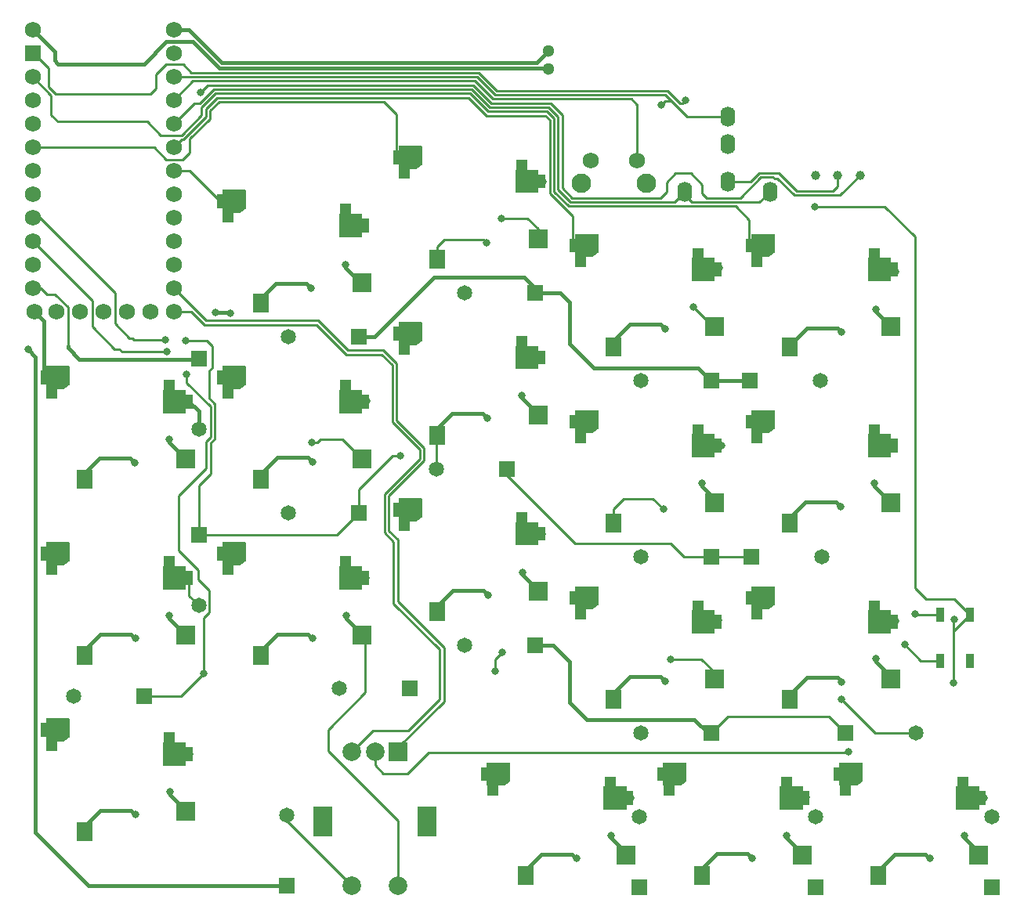
<source format=gbr>
%TF.GenerationSoftware,KiCad,Pcbnew,(5.1.6)-1*%
%TF.CreationDate,2021-05-04T17:20:08-05:00*%
%TF.ProjectId,FlatDox,466c6174-446f-4782-9e6b-696361645f70,rev?*%
%TF.SameCoordinates,Original*%
%TF.FileFunction,Copper,L1,Top*%
%TF.FilePolarity,Positive*%
%FSLAX46Y46*%
G04 Gerber Fmt 4.6, Leading zero omitted, Abs format (unit mm)*
G04 Created by KiCad (PCBNEW (5.1.6)-1) date 2021-05-04 17:20:08*
%MOMM*%
%LPD*%
G01*
G04 APERTURE LIST*
%TA.AperFunction,ComponentPad*%
%ADD10R,1.300000X2.000000*%
%TD*%
%TA.AperFunction,SMDPad,CuDef*%
%ADD11C,0.100000*%
%TD*%
%TA.AperFunction,SMDPad,CuDef*%
%ADD12R,2.000000X2.000000*%
%TD*%
%TA.AperFunction,SMDPad,CuDef*%
%ADD13R,1.800000X2.000000*%
%TD*%
%TA.AperFunction,ComponentPad*%
%ADD14R,1.651000X1.651000*%
%TD*%
%TA.AperFunction,ComponentPad*%
%ADD15C,1.651000*%
%TD*%
%TA.AperFunction,ComponentPad*%
%ADD16C,1.752600*%
%TD*%
%TA.AperFunction,ComponentPad*%
%ADD17R,1.752600X1.752600*%
%TD*%
%TA.AperFunction,ComponentPad*%
%ADD18R,2.000000X2.000000*%
%TD*%
%TA.AperFunction,ComponentPad*%
%ADD19C,2.000000*%
%TD*%
%TA.AperFunction,ComponentPad*%
%ADD20R,2.000000X3.200000*%
%TD*%
%TA.AperFunction,ComponentPad*%
%ADD21C,2.100000*%
%TD*%
%TA.AperFunction,ComponentPad*%
%ADD22C,1.750000*%
%TD*%
%TA.AperFunction,ComponentPad*%
%ADD23O,1.600000X2.200000*%
%TD*%
%TA.AperFunction,SMDPad,CuDef*%
%ADD24R,0.899160X1.501140*%
%TD*%
%TA.AperFunction,ComponentPad*%
%ADD25C,1.300000*%
%TD*%
%TA.AperFunction,ComponentPad*%
%ADD26C,1.000000*%
%TD*%
%TA.AperFunction,ViaPad*%
%ADD27C,0.800000*%
%TD*%
%TA.AperFunction,Conductor*%
%ADD28C,0.381000*%
%TD*%
%TA.AperFunction,Conductor*%
%ADD29C,0.250000*%
%TD*%
G04 APERTURE END LIST*
D10*
%TO.P,SW15,*%
%TO.N,*%
X152159970Y-109820710D03*
X164859970Y-109820710D03*
%TA.AperFunction,SMDPad,CuDef*%
D11*
%TO.P,SW15,1*%
%TO.N,Col4*%
G36*
X154019725Y-107281671D02*
G01*
X154029104Y-107284516D01*
X154037749Y-107289137D01*
X154045325Y-107295355D01*
X154051543Y-107302931D01*
X154056164Y-107311576D01*
X154059009Y-107320955D01*
X154059970Y-107330710D01*
X154059970Y-109330710D01*
X154059009Y-109340465D01*
X154056164Y-109349844D01*
X154051543Y-109358489D01*
X154045325Y-109366065D01*
X154037705Y-109372313D01*
X153437705Y-109772313D01*
X153429056Y-109776924D01*
X153419673Y-109779759D01*
X153409970Y-109780710D01*
X151609970Y-109780710D01*
X151600215Y-109779749D01*
X151590836Y-109776904D01*
X151582191Y-109772283D01*
X151574615Y-109766065D01*
X151568397Y-109758489D01*
X151563776Y-109749844D01*
X151560931Y-109740465D01*
X151559970Y-109730710D01*
X151559970Y-109280710D01*
X150959970Y-109280710D01*
X150959970Y-107780710D01*
X151559970Y-107780710D01*
X151559970Y-107330710D01*
X151560931Y-107320955D01*
X151563776Y-107311576D01*
X151568397Y-107302931D01*
X151574615Y-107295355D01*
X151582191Y-107289137D01*
X151590836Y-107284516D01*
X151600215Y-107281671D01*
X151609970Y-107280710D01*
X154009970Y-107280710D01*
X154019725Y-107281671D01*
G37*
%TD.AperFunction*%
%TA.AperFunction,SMDPad,CuDef*%
%TO.P,SW15,2*%
%TO.N,Net-(D15-Pad1)*%
G36*
X166619725Y-109881671D02*
G01*
X166629104Y-109884516D01*
X166637749Y-109889137D01*
X166645325Y-109895355D01*
X166651543Y-109902931D01*
X166656164Y-109911576D01*
X166659009Y-109920955D01*
X166659970Y-109930710D01*
X166659970Y-110380710D01*
X167359970Y-110380710D01*
X167359970Y-111880710D01*
X166659970Y-111880710D01*
X166659970Y-112330710D01*
X166659009Y-112340465D01*
X166656164Y-112349844D01*
X166651543Y-112358489D01*
X166645325Y-112366065D01*
X166637749Y-112372283D01*
X166629104Y-112376904D01*
X166619725Y-112379749D01*
X166609970Y-112380710D01*
X164209970Y-112380710D01*
X164200215Y-112379749D01*
X164190836Y-112376904D01*
X164182191Y-112372283D01*
X164174615Y-112366065D01*
X164168397Y-112358489D01*
X164163776Y-112349844D01*
X164160931Y-112340465D01*
X164159970Y-112330710D01*
X164159970Y-109930710D01*
X164160931Y-109920955D01*
X164163776Y-109911576D01*
X164168397Y-109902931D01*
X164174615Y-109895355D01*
X164182191Y-109889137D01*
X164190836Y-109884516D01*
X164200215Y-109881671D01*
X164209970Y-109880710D01*
X166609970Y-109880710D01*
X166619725Y-109881671D01*
G37*
%TD.AperFunction*%
D12*
%TO.P,SW15,1*%
%TO.N,Col4*%
X166609970Y-117330710D03*
D13*
%TO.P,SW15,2*%
%TO.N,Net-(D15-Pad1)*%
X155709970Y-119530710D03*
%TD*%
D10*
%TO.P,SW9,*%
%TO.N,*%
X133109970Y-90770710D03*
X145809970Y-90770710D03*
%TA.AperFunction,SMDPad,CuDef*%
D11*
%TO.P,SW9,1*%
%TO.N,Col3*%
G36*
X134969725Y-88231671D02*
G01*
X134979104Y-88234516D01*
X134987749Y-88239137D01*
X134995325Y-88245355D01*
X135001543Y-88252931D01*
X135006164Y-88261576D01*
X135009009Y-88270955D01*
X135009970Y-88280710D01*
X135009970Y-90280710D01*
X135009009Y-90290465D01*
X135006164Y-90299844D01*
X135001543Y-90308489D01*
X134995325Y-90316065D01*
X134987705Y-90322313D01*
X134387705Y-90722313D01*
X134379056Y-90726924D01*
X134369673Y-90729759D01*
X134359970Y-90730710D01*
X132559970Y-90730710D01*
X132550215Y-90729749D01*
X132540836Y-90726904D01*
X132532191Y-90722283D01*
X132524615Y-90716065D01*
X132518397Y-90708489D01*
X132513776Y-90699844D01*
X132510931Y-90690465D01*
X132509970Y-90680710D01*
X132509970Y-90230710D01*
X131909970Y-90230710D01*
X131909970Y-88730710D01*
X132509970Y-88730710D01*
X132509970Y-88280710D01*
X132510931Y-88270955D01*
X132513776Y-88261576D01*
X132518397Y-88252931D01*
X132524615Y-88245355D01*
X132532191Y-88239137D01*
X132540836Y-88234516D01*
X132550215Y-88231671D01*
X132559970Y-88230710D01*
X134959970Y-88230710D01*
X134969725Y-88231671D01*
G37*
%TD.AperFunction*%
%TA.AperFunction,SMDPad,CuDef*%
%TO.P,SW9,2*%
%TO.N,Net-(D9-Pad1)*%
G36*
X147569725Y-90831671D02*
G01*
X147579104Y-90834516D01*
X147587749Y-90839137D01*
X147595325Y-90845355D01*
X147601543Y-90852931D01*
X147606164Y-90861576D01*
X147609009Y-90870955D01*
X147609970Y-90880710D01*
X147609970Y-91330710D01*
X148309970Y-91330710D01*
X148309970Y-92830710D01*
X147609970Y-92830710D01*
X147609970Y-93280710D01*
X147609009Y-93290465D01*
X147606164Y-93299844D01*
X147601543Y-93308489D01*
X147595325Y-93316065D01*
X147587749Y-93322283D01*
X147579104Y-93326904D01*
X147569725Y-93329749D01*
X147559970Y-93330710D01*
X145159970Y-93330710D01*
X145150215Y-93329749D01*
X145140836Y-93326904D01*
X145132191Y-93322283D01*
X145124615Y-93316065D01*
X145118397Y-93308489D01*
X145113776Y-93299844D01*
X145110931Y-93290465D01*
X145109970Y-93280710D01*
X145109970Y-90880710D01*
X145110931Y-90870955D01*
X145113776Y-90861576D01*
X145118397Y-90852931D01*
X145124615Y-90845355D01*
X145132191Y-90839137D01*
X145140836Y-90834516D01*
X145150215Y-90831671D01*
X145159970Y-90830710D01*
X147559970Y-90830710D01*
X147569725Y-90831671D01*
G37*
%TD.AperFunction*%
D12*
%TO.P,SW9,1*%
%TO.N,Col3*%
X147559970Y-98280710D03*
D13*
%TO.P,SW9,2*%
%TO.N,Net-(D9-Pad1)*%
X136659970Y-100480710D03*
%TD*%
D10*
%TO.P,SW17,*%
%TO.N,*%
X123584970Y-128870710D03*
X136284970Y-128870710D03*
%TA.AperFunction,SMDPad,CuDef*%
D11*
%TO.P,SW17,1*%
%TO.N,Col2*%
G36*
X125444725Y-126331671D02*
G01*
X125454104Y-126334516D01*
X125462749Y-126339137D01*
X125470325Y-126345355D01*
X125476543Y-126352931D01*
X125481164Y-126361576D01*
X125484009Y-126370955D01*
X125484970Y-126380710D01*
X125484970Y-128380710D01*
X125484009Y-128390465D01*
X125481164Y-128399844D01*
X125476543Y-128408489D01*
X125470325Y-128416065D01*
X125462705Y-128422313D01*
X124862705Y-128822313D01*
X124854056Y-128826924D01*
X124844673Y-128829759D01*
X124834970Y-128830710D01*
X123034970Y-128830710D01*
X123025215Y-128829749D01*
X123015836Y-128826904D01*
X123007191Y-128822283D01*
X122999615Y-128816065D01*
X122993397Y-128808489D01*
X122988776Y-128799844D01*
X122985931Y-128790465D01*
X122984970Y-128780710D01*
X122984970Y-128330710D01*
X122384970Y-128330710D01*
X122384970Y-126830710D01*
X122984970Y-126830710D01*
X122984970Y-126380710D01*
X122985931Y-126370955D01*
X122988776Y-126361576D01*
X122993397Y-126352931D01*
X122999615Y-126345355D01*
X123007191Y-126339137D01*
X123015836Y-126334516D01*
X123025215Y-126331671D01*
X123034970Y-126330710D01*
X125434970Y-126330710D01*
X125444725Y-126331671D01*
G37*
%TD.AperFunction*%
%TA.AperFunction,SMDPad,CuDef*%
%TO.P,SW17,2*%
%TO.N,Net-(D17-Pad1)*%
G36*
X138044725Y-128931671D02*
G01*
X138054104Y-128934516D01*
X138062749Y-128939137D01*
X138070325Y-128945355D01*
X138076543Y-128952931D01*
X138081164Y-128961576D01*
X138084009Y-128970955D01*
X138084970Y-128980710D01*
X138084970Y-129430710D01*
X138784970Y-129430710D01*
X138784970Y-130930710D01*
X138084970Y-130930710D01*
X138084970Y-131380710D01*
X138084009Y-131390465D01*
X138081164Y-131399844D01*
X138076543Y-131408489D01*
X138070325Y-131416065D01*
X138062749Y-131422283D01*
X138054104Y-131426904D01*
X138044725Y-131429749D01*
X138034970Y-131430710D01*
X135634970Y-131430710D01*
X135625215Y-131429749D01*
X135615836Y-131426904D01*
X135607191Y-131422283D01*
X135599615Y-131416065D01*
X135593397Y-131408489D01*
X135588776Y-131399844D01*
X135585931Y-131390465D01*
X135584970Y-131380710D01*
X135584970Y-128980710D01*
X135585931Y-128970955D01*
X135588776Y-128961576D01*
X135593397Y-128952931D01*
X135599615Y-128945355D01*
X135607191Y-128939137D01*
X135615836Y-128934516D01*
X135625215Y-128931671D01*
X135634970Y-128930710D01*
X138034970Y-128930710D01*
X138044725Y-128931671D01*
G37*
%TD.AperFunction*%
D12*
%TO.P,SW17,1*%
%TO.N,Col2*%
X138034970Y-136380710D03*
D13*
%TO.P,SW17,2*%
%TO.N,Net-(D17-Pad1)*%
X127134970Y-138580710D03*
%TD*%
D10*
%TO.P,SW8,*%
%TO.N,*%
X114059970Y-81245710D03*
X126759970Y-81245710D03*
%TA.AperFunction,SMDPad,CuDef*%
D11*
%TO.P,SW8,1*%
%TO.N,Col2*%
G36*
X115919725Y-78706671D02*
G01*
X115929104Y-78709516D01*
X115937749Y-78714137D01*
X115945325Y-78720355D01*
X115951543Y-78727931D01*
X115956164Y-78736576D01*
X115959009Y-78745955D01*
X115959970Y-78755710D01*
X115959970Y-80755710D01*
X115959009Y-80765465D01*
X115956164Y-80774844D01*
X115951543Y-80783489D01*
X115945325Y-80791065D01*
X115937705Y-80797313D01*
X115337705Y-81197313D01*
X115329056Y-81201924D01*
X115319673Y-81204759D01*
X115309970Y-81205710D01*
X113509970Y-81205710D01*
X113500215Y-81204749D01*
X113490836Y-81201904D01*
X113482191Y-81197283D01*
X113474615Y-81191065D01*
X113468397Y-81183489D01*
X113463776Y-81174844D01*
X113460931Y-81165465D01*
X113459970Y-81155710D01*
X113459970Y-80705710D01*
X112859970Y-80705710D01*
X112859970Y-79205710D01*
X113459970Y-79205710D01*
X113459970Y-78755710D01*
X113460931Y-78745955D01*
X113463776Y-78736576D01*
X113468397Y-78727931D01*
X113474615Y-78720355D01*
X113482191Y-78714137D01*
X113490836Y-78709516D01*
X113500215Y-78706671D01*
X113509970Y-78705710D01*
X115909970Y-78705710D01*
X115919725Y-78706671D01*
G37*
%TD.AperFunction*%
%TA.AperFunction,SMDPad,CuDef*%
%TO.P,SW8,2*%
%TO.N,Net-(D8-Pad1)*%
G36*
X128519725Y-81306671D02*
G01*
X128529104Y-81309516D01*
X128537749Y-81314137D01*
X128545325Y-81320355D01*
X128551543Y-81327931D01*
X128556164Y-81336576D01*
X128559009Y-81345955D01*
X128559970Y-81355710D01*
X128559970Y-81805710D01*
X129259970Y-81805710D01*
X129259970Y-83305710D01*
X128559970Y-83305710D01*
X128559970Y-83755710D01*
X128559009Y-83765465D01*
X128556164Y-83774844D01*
X128551543Y-83783489D01*
X128545325Y-83791065D01*
X128537749Y-83797283D01*
X128529104Y-83801904D01*
X128519725Y-83804749D01*
X128509970Y-83805710D01*
X126109970Y-83805710D01*
X126100215Y-83804749D01*
X126090836Y-83801904D01*
X126082191Y-83797283D01*
X126074615Y-83791065D01*
X126068397Y-83783489D01*
X126063776Y-83774844D01*
X126060931Y-83765465D01*
X126059970Y-83755710D01*
X126059970Y-81355710D01*
X126060931Y-81345955D01*
X126063776Y-81336576D01*
X126068397Y-81327931D01*
X126074615Y-81320355D01*
X126082191Y-81314137D01*
X126090836Y-81309516D01*
X126100215Y-81306671D01*
X126109970Y-81305710D01*
X128509970Y-81305710D01*
X128519725Y-81306671D01*
G37*
%TD.AperFunction*%
D12*
%TO.P,SW8,1*%
%TO.N,Col2*%
X128509970Y-88755710D03*
D13*
%TO.P,SW8,2*%
%TO.N,Net-(D8-Pad1)*%
X117609970Y-90955710D03*
%TD*%
D10*
%TO.P,SW4,*%
%TO.N,*%
X133109970Y-71720710D03*
X145809970Y-71720710D03*
%TA.AperFunction,SMDPad,CuDef*%
D11*
%TO.P,SW4,1*%
%TO.N,Col3*%
G36*
X134969725Y-69181671D02*
G01*
X134979104Y-69184516D01*
X134987749Y-69189137D01*
X134995325Y-69195355D01*
X135001543Y-69202931D01*
X135006164Y-69211576D01*
X135009009Y-69220955D01*
X135009970Y-69230710D01*
X135009970Y-71230710D01*
X135009009Y-71240465D01*
X135006164Y-71249844D01*
X135001543Y-71258489D01*
X134995325Y-71266065D01*
X134987705Y-71272313D01*
X134387705Y-71672313D01*
X134379056Y-71676924D01*
X134369673Y-71679759D01*
X134359970Y-71680710D01*
X132559970Y-71680710D01*
X132550215Y-71679749D01*
X132540836Y-71676904D01*
X132532191Y-71672283D01*
X132524615Y-71666065D01*
X132518397Y-71658489D01*
X132513776Y-71649844D01*
X132510931Y-71640465D01*
X132509970Y-71630710D01*
X132509970Y-71180710D01*
X131909970Y-71180710D01*
X131909970Y-69680710D01*
X132509970Y-69680710D01*
X132509970Y-69230710D01*
X132510931Y-69220955D01*
X132513776Y-69211576D01*
X132518397Y-69202931D01*
X132524615Y-69195355D01*
X132532191Y-69189137D01*
X132540836Y-69184516D01*
X132550215Y-69181671D01*
X132559970Y-69180710D01*
X134959970Y-69180710D01*
X134969725Y-69181671D01*
G37*
%TD.AperFunction*%
%TA.AperFunction,SMDPad,CuDef*%
%TO.P,SW4,2*%
%TO.N,Net-(D4-Pad1)*%
G36*
X147569725Y-71781671D02*
G01*
X147579104Y-71784516D01*
X147587749Y-71789137D01*
X147595325Y-71795355D01*
X147601543Y-71802931D01*
X147606164Y-71811576D01*
X147609009Y-71820955D01*
X147609970Y-71830710D01*
X147609970Y-72280710D01*
X148309970Y-72280710D01*
X148309970Y-73780710D01*
X147609970Y-73780710D01*
X147609970Y-74230710D01*
X147609009Y-74240465D01*
X147606164Y-74249844D01*
X147601543Y-74258489D01*
X147595325Y-74266065D01*
X147587749Y-74272283D01*
X147579104Y-74276904D01*
X147569725Y-74279749D01*
X147559970Y-74280710D01*
X145159970Y-74280710D01*
X145150215Y-74279749D01*
X145140836Y-74276904D01*
X145132191Y-74272283D01*
X145124615Y-74266065D01*
X145118397Y-74258489D01*
X145113776Y-74249844D01*
X145110931Y-74240465D01*
X145109970Y-74230710D01*
X145109970Y-71830710D01*
X145110931Y-71820955D01*
X145113776Y-71811576D01*
X145118397Y-71802931D01*
X145124615Y-71795355D01*
X145132191Y-71789137D01*
X145140836Y-71784516D01*
X145150215Y-71781671D01*
X145159970Y-71780710D01*
X147559970Y-71780710D01*
X147569725Y-71781671D01*
G37*
%TD.AperFunction*%
D12*
%TO.P,SW4,1*%
%TO.N,Col3*%
X147559970Y-79230710D03*
D13*
%TO.P,SW4,2*%
%TO.N,Net-(D4-Pad1)*%
X136659970Y-81430710D03*
%TD*%
D10*
%TO.P,SW18,*%
%TO.N,*%
X142634970Y-128870710D03*
X155334970Y-128870710D03*
%TA.AperFunction,SMDPad,CuDef*%
D11*
%TO.P,SW18,1*%
%TO.N,Col3*%
G36*
X144494725Y-126331671D02*
G01*
X144504104Y-126334516D01*
X144512749Y-126339137D01*
X144520325Y-126345355D01*
X144526543Y-126352931D01*
X144531164Y-126361576D01*
X144534009Y-126370955D01*
X144534970Y-126380710D01*
X144534970Y-128380710D01*
X144534009Y-128390465D01*
X144531164Y-128399844D01*
X144526543Y-128408489D01*
X144520325Y-128416065D01*
X144512705Y-128422313D01*
X143912705Y-128822313D01*
X143904056Y-128826924D01*
X143894673Y-128829759D01*
X143884970Y-128830710D01*
X142084970Y-128830710D01*
X142075215Y-128829749D01*
X142065836Y-128826904D01*
X142057191Y-128822283D01*
X142049615Y-128816065D01*
X142043397Y-128808489D01*
X142038776Y-128799844D01*
X142035931Y-128790465D01*
X142034970Y-128780710D01*
X142034970Y-128330710D01*
X141434970Y-128330710D01*
X141434970Y-126830710D01*
X142034970Y-126830710D01*
X142034970Y-126380710D01*
X142035931Y-126370955D01*
X142038776Y-126361576D01*
X142043397Y-126352931D01*
X142049615Y-126345355D01*
X142057191Y-126339137D01*
X142065836Y-126334516D01*
X142075215Y-126331671D01*
X142084970Y-126330710D01*
X144484970Y-126330710D01*
X144494725Y-126331671D01*
G37*
%TD.AperFunction*%
%TA.AperFunction,SMDPad,CuDef*%
%TO.P,SW18,2*%
%TO.N,Net-(D18-Pad1)*%
G36*
X157094725Y-128931671D02*
G01*
X157104104Y-128934516D01*
X157112749Y-128939137D01*
X157120325Y-128945355D01*
X157126543Y-128952931D01*
X157131164Y-128961576D01*
X157134009Y-128970955D01*
X157134970Y-128980710D01*
X157134970Y-129430710D01*
X157834970Y-129430710D01*
X157834970Y-130930710D01*
X157134970Y-130930710D01*
X157134970Y-131380710D01*
X157134009Y-131390465D01*
X157131164Y-131399844D01*
X157126543Y-131408489D01*
X157120325Y-131416065D01*
X157112749Y-131422283D01*
X157104104Y-131426904D01*
X157094725Y-131429749D01*
X157084970Y-131430710D01*
X154684970Y-131430710D01*
X154675215Y-131429749D01*
X154665836Y-131426904D01*
X154657191Y-131422283D01*
X154649615Y-131416065D01*
X154643397Y-131408489D01*
X154638776Y-131399844D01*
X154635931Y-131390465D01*
X154634970Y-131380710D01*
X154634970Y-128980710D01*
X154635931Y-128970955D01*
X154638776Y-128961576D01*
X154643397Y-128952931D01*
X154649615Y-128945355D01*
X154657191Y-128939137D01*
X154665836Y-128934516D01*
X154675215Y-128931671D01*
X154684970Y-128930710D01*
X157084970Y-128930710D01*
X157094725Y-128931671D01*
G37*
%TD.AperFunction*%
D12*
%TO.P,SW18,1*%
%TO.N,Col3*%
X157084970Y-136380710D03*
D13*
%TO.P,SW18,2*%
%TO.N,Net-(D18-Pad1)*%
X146184970Y-138580710D03*
%TD*%
D10*
%TO.P,SW5,*%
%TO.N,*%
X152159970Y-71720710D03*
X164859970Y-71720710D03*
%TA.AperFunction,SMDPad,CuDef*%
D11*
%TO.P,SW5,1*%
%TO.N,Col4*%
G36*
X154019725Y-69181671D02*
G01*
X154029104Y-69184516D01*
X154037749Y-69189137D01*
X154045325Y-69195355D01*
X154051543Y-69202931D01*
X154056164Y-69211576D01*
X154059009Y-69220955D01*
X154059970Y-69230710D01*
X154059970Y-71230710D01*
X154059009Y-71240465D01*
X154056164Y-71249844D01*
X154051543Y-71258489D01*
X154045325Y-71266065D01*
X154037705Y-71272313D01*
X153437705Y-71672313D01*
X153429056Y-71676924D01*
X153419673Y-71679759D01*
X153409970Y-71680710D01*
X151609970Y-71680710D01*
X151600215Y-71679749D01*
X151590836Y-71676904D01*
X151582191Y-71672283D01*
X151574615Y-71666065D01*
X151568397Y-71658489D01*
X151563776Y-71649844D01*
X151560931Y-71640465D01*
X151559970Y-71630710D01*
X151559970Y-71180710D01*
X150959970Y-71180710D01*
X150959970Y-69680710D01*
X151559970Y-69680710D01*
X151559970Y-69230710D01*
X151560931Y-69220955D01*
X151563776Y-69211576D01*
X151568397Y-69202931D01*
X151574615Y-69195355D01*
X151582191Y-69189137D01*
X151590836Y-69184516D01*
X151600215Y-69181671D01*
X151609970Y-69180710D01*
X154009970Y-69180710D01*
X154019725Y-69181671D01*
G37*
%TD.AperFunction*%
%TA.AperFunction,SMDPad,CuDef*%
%TO.P,SW5,2*%
%TO.N,Net-(D5-Pad1)*%
G36*
X166619725Y-71781671D02*
G01*
X166629104Y-71784516D01*
X166637749Y-71789137D01*
X166645325Y-71795355D01*
X166651543Y-71802931D01*
X166656164Y-71811576D01*
X166659009Y-71820955D01*
X166659970Y-71830710D01*
X166659970Y-72280710D01*
X167359970Y-72280710D01*
X167359970Y-73780710D01*
X166659970Y-73780710D01*
X166659970Y-74230710D01*
X166659009Y-74240465D01*
X166656164Y-74249844D01*
X166651543Y-74258489D01*
X166645325Y-74266065D01*
X166637749Y-74272283D01*
X166629104Y-74276904D01*
X166619725Y-74279749D01*
X166609970Y-74280710D01*
X164209970Y-74280710D01*
X164200215Y-74279749D01*
X164190836Y-74276904D01*
X164182191Y-74272283D01*
X164174615Y-74266065D01*
X164168397Y-74258489D01*
X164163776Y-74249844D01*
X164160931Y-74240465D01*
X164159970Y-74230710D01*
X164159970Y-71830710D01*
X164160931Y-71820955D01*
X164163776Y-71811576D01*
X164168397Y-71802931D01*
X164174615Y-71795355D01*
X164182191Y-71789137D01*
X164190836Y-71784516D01*
X164200215Y-71781671D01*
X164209970Y-71780710D01*
X166609970Y-71780710D01*
X166619725Y-71781671D01*
G37*
%TD.AperFunction*%
D12*
%TO.P,SW5,1*%
%TO.N,Col4*%
X166609970Y-79230710D03*
D13*
%TO.P,SW5,2*%
%TO.N,Net-(D5-Pad1)*%
X155709970Y-81430710D03*
%TD*%
D10*
%TO.P,SW12,*%
%TO.N,*%
X95009970Y-105058210D03*
X107709970Y-105058210D03*
%TA.AperFunction,SMDPad,CuDef*%
D11*
%TO.P,SW12,1*%
%TO.N,Col1*%
G36*
X96869725Y-102519171D02*
G01*
X96879104Y-102522016D01*
X96887749Y-102526637D01*
X96895325Y-102532855D01*
X96901543Y-102540431D01*
X96906164Y-102549076D01*
X96909009Y-102558455D01*
X96909970Y-102568210D01*
X96909970Y-104568210D01*
X96909009Y-104577965D01*
X96906164Y-104587344D01*
X96901543Y-104595989D01*
X96895325Y-104603565D01*
X96887705Y-104609813D01*
X96287705Y-105009813D01*
X96279056Y-105014424D01*
X96269673Y-105017259D01*
X96259970Y-105018210D01*
X94459970Y-105018210D01*
X94450215Y-105017249D01*
X94440836Y-105014404D01*
X94432191Y-105009783D01*
X94424615Y-105003565D01*
X94418397Y-104995989D01*
X94413776Y-104987344D01*
X94410931Y-104977965D01*
X94409970Y-104968210D01*
X94409970Y-104518210D01*
X93809970Y-104518210D01*
X93809970Y-103018210D01*
X94409970Y-103018210D01*
X94409970Y-102568210D01*
X94410931Y-102558455D01*
X94413776Y-102549076D01*
X94418397Y-102540431D01*
X94424615Y-102532855D01*
X94432191Y-102526637D01*
X94440836Y-102522016D01*
X94450215Y-102519171D01*
X94459970Y-102518210D01*
X96859970Y-102518210D01*
X96869725Y-102519171D01*
G37*
%TD.AperFunction*%
%TA.AperFunction,SMDPad,CuDef*%
%TO.P,SW12,2*%
%TO.N,Net-(D12-Pad1)*%
G36*
X109469725Y-105119171D02*
G01*
X109479104Y-105122016D01*
X109487749Y-105126637D01*
X109495325Y-105132855D01*
X109501543Y-105140431D01*
X109506164Y-105149076D01*
X109509009Y-105158455D01*
X109509970Y-105168210D01*
X109509970Y-105618210D01*
X110209970Y-105618210D01*
X110209970Y-107118210D01*
X109509970Y-107118210D01*
X109509970Y-107568210D01*
X109509009Y-107577965D01*
X109506164Y-107587344D01*
X109501543Y-107595989D01*
X109495325Y-107603565D01*
X109487749Y-107609783D01*
X109479104Y-107614404D01*
X109469725Y-107617249D01*
X109459970Y-107618210D01*
X107059970Y-107618210D01*
X107050215Y-107617249D01*
X107040836Y-107614404D01*
X107032191Y-107609783D01*
X107024615Y-107603565D01*
X107018397Y-107595989D01*
X107013776Y-107587344D01*
X107010931Y-107577965D01*
X107009970Y-107568210D01*
X107009970Y-105168210D01*
X107010931Y-105158455D01*
X107013776Y-105149076D01*
X107018397Y-105140431D01*
X107024615Y-105132855D01*
X107032191Y-105126637D01*
X107040836Y-105122016D01*
X107050215Y-105119171D01*
X107059970Y-105118210D01*
X109459970Y-105118210D01*
X109469725Y-105119171D01*
G37*
%TD.AperFunction*%
D12*
%TO.P,SW12,1*%
%TO.N,Col1*%
X109459970Y-112568210D03*
D13*
%TO.P,SW12,2*%
%TO.N,Net-(D12-Pad1)*%
X98559970Y-114768210D03*
%TD*%
D10*
%TO.P,SW14,*%
%TO.N,*%
X133109970Y-109820710D03*
X145809970Y-109820710D03*
%TA.AperFunction,SMDPad,CuDef*%
D11*
%TO.P,SW14,1*%
%TO.N,Col3*%
G36*
X134969725Y-107281671D02*
G01*
X134979104Y-107284516D01*
X134987749Y-107289137D01*
X134995325Y-107295355D01*
X135001543Y-107302931D01*
X135006164Y-107311576D01*
X135009009Y-107320955D01*
X135009970Y-107330710D01*
X135009970Y-109330710D01*
X135009009Y-109340465D01*
X135006164Y-109349844D01*
X135001543Y-109358489D01*
X134995325Y-109366065D01*
X134987705Y-109372313D01*
X134387705Y-109772313D01*
X134379056Y-109776924D01*
X134369673Y-109779759D01*
X134359970Y-109780710D01*
X132559970Y-109780710D01*
X132550215Y-109779749D01*
X132540836Y-109776904D01*
X132532191Y-109772283D01*
X132524615Y-109766065D01*
X132518397Y-109758489D01*
X132513776Y-109749844D01*
X132510931Y-109740465D01*
X132509970Y-109730710D01*
X132509970Y-109280710D01*
X131909970Y-109280710D01*
X131909970Y-107780710D01*
X132509970Y-107780710D01*
X132509970Y-107330710D01*
X132510931Y-107320955D01*
X132513776Y-107311576D01*
X132518397Y-107302931D01*
X132524615Y-107295355D01*
X132532191Y-107289137D01*
X132540836Y-107284516D01*
X132550215Y-107281671D01*
X132559970Y-107280710D01*
X134959970Y-107280710D01*
X134969725Y-107281671D01*
G37*
%TD.AperFunction*%
%TA.AperFunction,SMDPad,CuDef*%
%TO.P,SW14,2*%
%TO.N,Net-(D14-Pad1)*%
G36*
X147569725Y-109881671D02*
G01*
X147579104Y-109884516D01*
X147587749Y-109889137D01*
X147595325Y-109895355D01*
X147601543Y-109902931D01*
X147606164Y-109911576D01*
X147609009Y-109920955D01*
X147609970Y-109930710D01*
X147609970Y-110380710D01*
X148309970Y-110380710D01*
X148309970Y-111880710D01*
X147609970Y-111880710D01*
X147609970Y-112330710D01*
X147609009Y-112340465D01*
X147606164Y-112349844D01*
X147601543Y-112358489D01*
X147595325Y-112366065D01*
X147587749Y-112372283D01*
X147579104Y-112376904D01*
X147569725Y-112379749D01*
X147559970Y-112380710D01*
X145159970Y-112380710D01*
X145150215Y-112379749D01*
X145140836Y-112376904D01*
X145132191Y-112372283D01*
X145124615Y-112366065D01*
X145118397Y-112358489D01*
X145113776Y-112349844D01*
X145110931Y-112340465D01*
X145109970Y-112330710D01*
X145109970Y-109930710D01*
X145110931Y-109920955D01*
X145113776Y-109911576D01*
X145118397Y-109902931D01*
X145124615Y-109895355D01*
X145132191Y-109889137D01*
X145140836Y-109884516D01*
X145150215Y-109881671D01*
X145159970Y-109880710D01*
X147559970Y-109880710D01*
X147569725Y-109881671D01*
G37*
%TD.AperFunction*%
D12*
%TO.P,SW14,1*%
%TO.N,Col3*%
X147559970Y-117330710D03*
D13*
%TO.P,SW14,2*%
%TO.N,Net-(D14-Pad1)*%
X136659970Y-119530710D03*
%TD*%
D10*
%TO.P,SW6,*%
%TO.N,*%
X75959970Y-105058210D03*
X88659970Y-105058210D03*
%TA.AperFunction,SMDPad,CuDef*%
D11*
%TO.P,SW6,1*%
%TO.N,Col0*%
G36*
X77819725Y-102519171D02*
G01*
X77829104Y-102522016D01*
X77837749Y-102526637D01*
X77845325Y-102532855D01*
X77851543Y-102540431D01*
X77856164Y-102549076D01*
X77859009Y-102558455D01*
X77859970Y-102568210D01*
X77859970Y-104568210D01*
X77859009Y-104577965D01*
X77856164Y-104587344D01*
X77851543Y-104595989D01*
X77845325Y-104603565D01*
X77837705Y-104609813D01*
X77237705Y-105009813D01*
X77229056Y-105014424D01*
X77219673Y-105017259D01*
X77209970Y-105018210D01*
X75409970Y-105018210D01*
X75400215Y-105017249D01*
X75390836Y-105014404D01*
X75382191Y-105009783D01*
X75374615Y-105003565D01*
X75368397Y-104995989D01*
X75363776Y-104987344D01*
X75360931Y-104977965D01*
X75359970Y-104968210D01*
X75359970Y-104518210D01*
X74759970Y-104518210D01*
X74759970Y-103018210D01*
X75359970Y-103018210D01*
X75359970Y-102568210D01*
X75360931Y-102558455D01*
X75363776Y-102549076D01*
X75368397Y-102540431D01*
X75374615Y-102532855D01*
X75382191Y-102526637D01*
X75390836Y-102522016D01*
X75400215Y-102519171D01*
X75409970Y-102518210D01*
X77809970Y-102518210D01*
X77819725Y-102519171D01*
G37*
%TD.AperFunction*%
%TA.AperFunction,SMDPad,CuDef*%
%TO.P,SW6,2*%
%TO.N,Net-(D6-Pad1)*%
G36*
X90419725Y-105119171D02*
G01*
X90429104Y-105122016D01*
X90437749Y-105126637D01*
X90445325Y-105132855D01*
X90451543Y-105140431D01*
X90456164Y-105149076D01*
X90459009Y-105158455D01*
X90459970Y-105168210D01*
X90459970Y-105618210D01*
X91159970Y-105618210D01*
X91159970Y-107118210D01*
X90459970Y-107118210D01*
X90459970Y-107568210D01*
X90459009Y-107577965D01*
X90456164Y-107587344D01*
X90451543Y-107595989D01*
X90445325Y-107603565D01*
X90437749Y-107609783D01*
X90429104Y-107614404D01*
X90419725Y-107617249D01*
X90409970Y-107618210D01*
X88009970Y-107618210D01*
X88000215Y-107617249D01*
X87990836Y-107614404D01*
X87982191Y-107609783D01*
X87974615Y-107603565D01*
X87968397Y-107595989D01*
X87963776Y-107587344D01*
X87960931Y-107577965D01*
X87959970Y-107568210D01*
X87959970Y-105168210D01*
X87960931Y-105158455D01*
X87963776Y-105149076D01*
X87968397Y-105140431D01*
X87974615Y-105132855D01*
X87982191Y-105126637D01*
X87990836Y-105122016D01*
X88000215Y-105119171D01*
X88009970Y-105118210D01*
X90409970Y-105118210D01*
X90419725Y-105119171D01*
G37*
%TD.AperFunction*%
D12*
%TO.P,SW6,1*%
%TO.N,Col0*%
X90409970Y-112568210D03*
D13*
%TO.P,SW6,2*%
%TO.N,Net-(D6-Pad1)*%
X79509970Y-114768210D03*
%TD*%
D10*
%TO.P,SW13,*%
%TO.N,*%
X114059970Y-100295710D03*
X126759970Y-100295710D03*
%TA.AperFunction,SMDPad,CuDef*%
D11*
%TO.P,SW13,1*%
%TO.N,Col2*%
G36*
X115919725Y-97756671D02*
G01*
X115929104Y-97759516D01*
X115937749Y-97764137D01*
X115945325Y-97770355D01*
X115951543Y-97777931D01*
X115956164Y-97786576D01*
X115959009Y-97795955D01*
X115959970Y-97805710D01*
X115959970Y-99805710D01*
X115959009Y-99815465D01*
X115956164Y-99824844D01*
X115951543Y-99833489D01*
X115945325Y-99841065D01*
X115937705Y-99847313D01*
X115337705Y-100247313D01*
X115329056Y-100251924D01*
X115319673Y-100254759D01*
X115309970Y-100255710D01*
X113509970Y-100255710D01*
X113500215Y-100254749D01*
X113490836Y-100251904D01*
X113482191Y-100247283D01*
X113474615Y-100241065D01*
X113468397Y-100233489D01*
X113463776Y-100224844D01*
X113460931Y-100215465D01*
X113459970Y-100205710D01*
X113459970Y-99755710D01*
X112859970Y-99755710D01*
X112859970Y-98255710D01*
X113459970Y-98255710D01*
X113459970Y-97805710D01*
X113460931Y-97795955D01*
X113463776Y-97786576D01*
X113468397Y-97777931D01*
X113474615Y-97770355D01*
X113482191Y-97764137D01*
X113490836Y-97759516D01*
X113500215Y-97756671D01*
X113509970Y-97755710D01*
X115909970Y-97755710D01*
X115919725Y-97756671D01*
G37*
%TD.AperFunction*%
%TA.AperFunction,SMDPad,CuDef*%
%TO.P,SW13,2*%
%TO.N,Net-(D13-Pad1)*%
G36*
X128519725Y-100356671D02*
G01*
X128529104Y-100359516D01*
X128537749Y-100364137D01*
X128545325Y-100370355D01*
X128551543Y-100377931D01*
X128556164Y-100386576D01*
X128559009Y-100395955D01*
X128559970Y-100405710D01*
X128559970Y-100855710D01*
X129259970Y-100855710D01*
X129259970Y-102355710D01*
X128559970Y-102355710D01*
X128559970Y-102805710D01*
X128559009Y-102815465D01*
X128556164Y-102824844D01*
X128551543Y-102833489D01*
X128545325Y-102841065D01*
X128537749Y-102847283D01*
X128529104Y-102851904D01*
X128519725Y-102854749D01*
X128509970Y-102855710D01*
X126109970Y-102855710D01*
X126100215Y-102854749D01*
X126090836Y-102851904D01*
X126082191Y-102847283D01*
X126074615Y-102841065D01*
X126068397Y-102833489D01*
X126063776Y-102824844D01*
X126060931Y-102815465D01*
X126059970Y-102805710D01*
X126059970Y-100405710D01*
X126060931Y-100395955D01*
X126063776Y-100386576D01*
X126068397Y-100377931D01*
X126074615Y-100370355D01*
X126082191Y-100364137D01*
X126090836Y-100359516D01*
X126100215Y-100356671D01*
X126109970Y-100355710D01*
X128509970Y-100355710D01*
X128519725Y-100356671D01*
G37*
%TD.AperFunction*%
D12*
%TO.P,SW13,1*%
%TO.N,Col2*%
X128509970Y-107805710D03*
D13*
%TO.P,SW13,2*%
%TO.N,Net-(D13-Pad1)*%
X117609970Y-110005710D03*
%TD*%
D10*
%TO.P,SW11,*%
%TO.N,*%
X75959970Y-124108210D03*
X88659970Y-124108210D03*
%TA.AperFunction,SMDPad,CuDef*%
D11*
%TO.P,SW11,1*%
%TO.N,Col0*%
G36*
X77819725Y-121569171D02*
G01*
X77829104Y-121572016D01*
X77837749Y-121576637D01*
X77845325Y-121582855D01*
X77851543Y-121590431D01*
X77856164Y-121599076D01*
X77859009Y-121608455D01*
X77859970Y-121618210D01*
X77859970Y-123618210D01*
X77859009Y-123627965D01*
X77856164Y-123637344D01*
X77851543Y-123645989D01*
X77845325Y-123653565D01*
X77837705Y-123659813D01*
X77237705Y-124059813D01*
X77229056Y-124064424D01*
X77219673Y-124067259D01*
X77209970Y-124068210D01*
X75409970Y-124068210D01*
X75400215Y-124067249D01*
X75390836Y-124064404D01*
X75382191Y-124059783D01*
X75374615Y-124053565D01*
X75368397Y-124045989D01*
X75363776Y-124037344D01*
X75360931Y-124027965D01*
X75359970Y-124018210D01*
X75359970Y-123568210D01*
X74759970Y-123568210D01*
X74759970Y-122068210D01*
X75359970Y-122068210D01*
X75359970Y-121618210D01*
X75360931Y-121608455D01*
X75363776Y-121599076D01*
X75368397Y-121590431D01*
X75374615Y-121582855D01*
X75382191Y-121576637D01*
X75390836Y-121572016D01*
X75400215Y-121569171D01*
X75409970Y-121568210D01*
X77809970Y-121568210D01*
X77819725Y-121569171D01*
G37*
%TD.AperFunction*%
%TA.AperFunction,SMDPad,CuDef*%
%TO.P,SW11,2*%
%TO.N,Net-(D11-Pad1)*%
G36*
X90419725Y-124169171D02*
G01*
X90429104Y-124172016D01*
X90437749Y-124176637D01*
X90445325Y-124182855D01*
X90451543Y-124190431D01*
X90456164Y-124199076D01*
X90459009Y-124208455D01*
X90459970Y-124218210D01*
X90459970Y-124668210D01*
X91159970Y-124668210D01*
X91159970Y-126168210D01*
X90459970Y-126168210D01*
X90459970Y-126618210D01*
X90459009Y-126627965D01*
X90456164Y-126637344D01*
X90451543Y-126645989D01*
X90445325Y-126653565D01*
X90437749Y-126659783D01*
X90429104Y-126664404D01*
X90419725Y-126667249D01*
X90409970Y-126668210D01*
X88009970Y-126668210D01*
X88000215Y-126667249D01*
X87990836Y-126664404D01*
X87982191Y-126659783D01*
X87974615Y-126653565D01*
X87968397Y-126645989D01*
X87963776Y-126637344D01*
X87960931Y-126627965D01*
X87959970Y-126618210D01*
X87959970Y-124218210D01*
X87960931Y-124208455D01*
X87963776Y-124199076D01*
X87968397Y-124190431D01*
X87974615Y-124182855D01*
X87982191Y-124176637D01*
X87990836Y-124172016D01*
X88000215Y-124169171D01*
X88009970Y-124168210D01*
X90409970Y-124168210D01*
X90419725Y-124169171D01*
G37*
%TD.AperFunction*%
D12*
%TO.P,SW11,1*%
%TO.N,Col0*%
X90409970Y-131618210D03*
D13*
%TO.P,SW11,2*%
%TO.N,Net-(D11-Pad1)*%
X79509970Y-133818210D03*
%TD*%
D10*
%TO.P,SW2,*%
%TO.N,*%
X95009970Y-66958210D03*
X107709970Y-66958210D03*
%TA.AperFunction,SMDPad,CuDef*%
D11*
%TO.P,SW2,1*%
%TO.N,Col1*%
G36*
X96869725Y-64419171D02*
G01*
X96879104Y-64422016D01*
X96887749Y-64426637D01*
X96895325Y-64432855D01*
X96901543Y-64440431D01*
X96906164Y-64449076D01*
X96909009Y-64458455D01*
X96909970Y-64468210D01*
X96909970Y-66468210D01*
X96909009Y-66477965D01*
X96906164Y-66487344D01*
X96901543Y-66495989D01*
X96895325Y-66503565D01*
X96887705Y-66509813D01*
X96287705Y-66909813D01*
X96279056Y-66914424D01*
X96269673Y-66917259D01*
X96259970Y-66918210D01*
X94459970Y-66918210D01*
X94450215Y-66917249D01*
X94440836Y-66914404D01*
X94432191Y-66909783D01*
X94424615Y-66903565D01*
X94418397Y-66895989D01*
X94413776Y-66887344D01*
X94410931Y-66877965D01*
X94409970Y-66868210D01*
X94409970Y-66418210D01*
X93809970Y-66418210D01*
X93809970Y-64918210D01*
X94409970Y-64918210D01*
X94409970Y-64468210D01*
X94410931Y-64458455D01*
X94413776Y-64449076D01*
X94418397Y-64440431D01*
X94424615Y-64432855D01*
X94432191Y-64426637D01*
X94440836Y-64422016D01*
X94450215Y-64419171D01*
X94459970Y-64418210D01*
X96859970Y-64418210D01*
X96869725Y-64419171D01*
G37*
%TD.AperFunction*%
%TA.AperFunction,SMDPad,CuDef*%
%TO.P,SW2,2*%
%TO.N,Net-(D2-Pad1)*%
G36*
X109469725Y-67019171D02*
G01*
X109479104Y-67022016D01*
X109487749Y-67026637D01*
X109495325Y-67032855D01*
X109501543Y-67040431D01*
X109506164Y-67049076D01*
X109509009Y-67058455D01*
X109509970Y-67068210D01*
X109509970Y-67518210D01*
X110209970Y-67518210D01*
X110209970Y-69018210D01*
X109509970Y-69018210D01*
X109509970Y-69468210D01*
X109509009Y-69477965D01*
X109506164Y-69487344D01*
X109501543Y-69495989D01*
X109495325Y-69503565D01*
X109487749Y-69509783D01*
X109479104Y-69514404D01*
X109469725Y-69517249D01*
X109459970Y-69518210D01*
X107059970Y-69518210D01*
X107050215Y-69517249D01*
X107040836Y-69514404D01*
X107032191Y-69509783D01*
X107024615Y-69503565D01*
X107018397Y-69495989D01*
X107013776Y-69487344D01*
X107010931Y-69477965D01*
X107009970Y-69468210D01*
X107009970Y-67068210D01*
X107010931Y-67058455D01*
X107013776Y-67049076D01*
X107018397Y-67040431D01*
X107024615Y-67032855D01*
X107032191Y-67026637D01*
X107040836Y-67022016D01*
X107050215Y-67019171D01*
X107059970Y-67018210D01*
X109459970Y-67018210D01*
X109469725Y-67019171D01*
G37*
%TD.AperFunction*%
D12*
%TO.P,SW2,1*%
%TO.N,Col1*%
X109459970Y-74468210D03*
D13*
%TO.P,SW2,2*%
%TO.N,Net-(D2-Pad1)*%
X98559970Y-76668210D03*
%TD*%
D14*
%TO.P,D18,2*%
%TO.N,Row3*%
X158509970Y-139824460D03*
D15*
%TO.P,D18,1*%
%TO.N,Net-(D18-Pad1)*%
X158509970Y-132204460D03*
%TD*%
D16*
%TO.P,U1,30*%
%TO.N,Net-(C1-Pad2)*%
X89136220Y-47114460D03*
%TO.P,U1,31*%
%TO.N,Net-(C1-Pad1)*%
X73896220Y-47114460D03*
%TO.P,U1,25*%
%TO.N,N/C*%
X76436220Y-77594460D03*
%TO.P,U1,26*%
X78976220Y-77594460D03*
%TO.P,U1,27*%
X81516220Y-77594460D03*
%TO.P,U1,28*%
X84056220Y-77594460D03*
%TO.P,U1,29*%
X86596220Y-77594460D03*
%TO.P,U1,24*%
%TO.N,MCURGB*%
X89136220Y-49654460D03*
%TO.P,U1,12*%
%TO.N,Col0*%
X74124820Y-77594460D03*
%TO.P,U1,23*%
%TO.N,Gnd*%
X89136220Y-52194460D03*
%TO.P,U1,22*%
%TO.N,Net-(SW21-Pad2)*%
X89136220Y-54734460D03*
%TO.P,U1,21*%
%TO.N,VCC*%
X89136220Y-57274460D03*
%TO.P,U1,20*%
%TO.N,Col3*%
X89136220Y-59814460D03*
%TO.P,U1,19*%
%TO.N,Col1*%
X89136220Y-62354460D03*
%TO.P,U1,18*%
%TO.N,N/C*%
X89136220Y-64894460D03*
%TO.P,U1,17*%
X89136220Y-67434460D03*
%TO.P,U1,16*%
X89136220Y-69974460D03*
%TO.P,U1,15*%
X89136220Y-72514460D03*
%TO.P,U1,14*%
%TO.N,E1*%
X89136220Y-75054460D03*
%TO.P,U1,13*%
%TO.N,E2*%
X89136220Y-77594460D03*
%TO.P,U1,11*%
%TO.N,Row0*%
X73896220Y-75054460D03*
%TO.P,U1,10*%
%TO.N,Row3*%
X73896220Y-72514460D03*
%TO.P,U1,9*%
%TO.N,Row2*%
X73896220Y-69974460D03*
%TO.P,U1,8*%
%TO.N,Row1*%
X73896220Y-67434460D03*
%TO.P,U1,7*%
%TO.N,N/C*%
X73896220Y-64894460D03*
%TO.P,U1,6*%
X73896220Y-62354460D03*
%TO.P,U1,5*%
%TO.N,Col2*%
X73896220Y-59814460D03*
%TO.P,U1,4*%
%TO.N,N/C*%
X73896220Y-57274460D03*
%TO.P,U1,3*%
X73896220Y-54734460D03*
%TO.P,U1,2*%
%TO.N,Col4*%
X73896220Y-52194460D03*
D17*
%TO.P,U1,1*%
%TO.N,COMM*%
X73896220Y-49654460D03*
%TD*%
D18*
%TO.P,SW16,A*%
%TO.N,E1*%
X113384970Y-125180710D03*
D19*
%TO.P,SW16,C*%
%TO.N,Gnd*%
X110884970Y-125180710D03*
%TO.P,SW16,B*%
%TO.N,E2*%
X108384970Y-125180710D03*
D20*
%TO.P,SW16,MP*%
%TO.N,N/C*%
X116484970Y-132680710D03*
X105284970Y-132680710D03*
D19*
%TO.P,SW16,S2*%
%TO.N,Col1*%
X113384970Y-139680710D03*
%TO.P,SW16,S1*%
%TO.N,Net-(D16-Pad1)*%
X108384970Y-139680710D03*
%TD*%
D14*
%TO.P,D2,2*%
%TO.N,Row0*%
X109138720Y-80293210D03*
D15*
%TO.P,D2,1*%
%TO.N,Net-(D2-Pad1)*%
X101518720Y-80293210D03*
%TD*%
D14*
%TO.P,D15,2*%
%TO.N,Row2*%
X161684970Y-123155710D03*
D15*
%TO.P,D15,1*%
%TO.N,Net-(D15-Pad1)*%
X169304970Y-123155710D03*
%TD*%
D21*
%TO.P,SW21,*%
%TO.N,*%
X140239720Y-63721710D03*
D22*
%TO.P,SW21,2*%
%TO.N,Net-(SW21-Pad2)*%
X139229720Y-61231710D03*
%TO.P,SW21,1*%
%TO.N,Gnd*%
X134229720Y-61231710D03*
D21*
%TO.P,SW21,*%
%TO.N,*%
X133229720Y-63721710D03*
%TD*%
D10*
%TO.P,SW3,*%
%TO.N,*%
X114059970Y-62195710D03*
X126759970Y-62195710D03*
%TA.AperFunction,SMDPad,CuDef*%
D11*
%TO.P,SW3,1*%
%TO.N,Col2*%
G36*
X115919725Y-59656671D02*
G01*
X115929104Y-59659516D01*
X115937749Y-59664137D01*
X115945325Y-59670355D01*
X115951543Y-59677931D01*
X115956164Y-59686576D01*
X115959009Y-59695955D01*
X115959970Y-59705710D01*
X115959970Y-61705710D01*
X115959009Y-61715465D01*
X115956164Y-61724844D01*
X115951543Y-61733489D01*
X115945325Y-61741065D01*
X115937705Y-61747313D01*
X115337705Y-62147313D01*
X115329056Y-62151924D01*
X115319673Y-62154759D01*
X115309970Y-62155710D01*
X113509970Y-62155710D01*
X113500215Y-62154749D01*
X113490836Y-62151904D01*
X113482191Y-62147283D01*
X113474615Y-62141065D01*
X113468397Y-62133489D01*
X113463776Y-62124844D01*
X113460931Y-62115465D01*
X113459970Y-62105710D01*
X113459970Y-61655710D01*
X112859970Y-61655710D01*
X112859970Y-60155710D01*
X113459970Y-60155710D01*
X113459970Y-59705710D01*
X113460931Y-59695955D01*
X113463776Y-59686576D01*
X113468397Y-59677931D01*
X113474615Y-59670355D01*
X113482191Y-59664137D01*
X113490836Y-59659516D01*
X113500215Y-59656671D01*
X113509970Y-59655710D01*
X115909970Y-59655710D01*
X115919725Y-59656671D01*
G37*
%TD.AperFunction*%
%TA.AperFunction,SMDPad,CuDef*%
%TO.P,SW3,2*%
%TO.N,Net-(D3-Pad1)*%
G36*
X128519725Y-62256671D02*
G01*
X128529104Y-62259516D01*
X128537749Y-62264137D01*
X128545325Y-62270355D01*
X128551543Y-62277931D01*
X128556164Y-62286576D01*
X128559009Y-62295955D01*
X128559970Y-62305710D01*
X128559970Y-62755710D01*
X129259970Y-62755710D01*
X129259970Y-64255710D01*
X128559970Y-64255710D01*
X128559970Y-64705710D01*
X128559009Y-64715465D01*
X128556164Y-64724844D01*
X128551543Y-64733489D01*
X128545325Y-64741065D01*
X128537749Y-64747283D01*
X128529104Y-64751904D01*
X128519725Y-64754749D01*
X128509970Y-64755710D01*
X126109970Y-64755710D01*
X126100215Y-64754749D01*
X126090836Y-64751904D01*
X126082191Y-64747283D01*
X126074615Y-64741065D01*
X126068397Y-64733489D01*
X126063776Y-64724844D01*
X126060931Y-64715465D01*
X126059970Y-64705710D01*
X126059970Y-62305710D01*
X126060931Y-62295955D01*
X126063776Y-62286576D01*
X126068397Y-62277931D01*
X126074615Y-62270355D01*
X126082191Y-62264137D01*
X126090836Y-62259516D01*
X126100215Y-62256671D01*
X126109970Y-62255710D01*
X128509970Y-62255710D01*
X128519725Y-62256671D01*
G37*
%TD.AperFunction*%
D12*
%TO.P,SW3,1*%
%TO.N,Col2*%
X128509970Y-69705710D03*
D13*
%TO.P,SW3,2*%
%TO.N,Net-(D3-Pad1)*%
X117609970Y-71905710D03*
%TD*%
D10*
%TO.P,SW10,*%
%TO.N,*%
X152159970Y-90770710D03*
X164859970Y-90770710D03*
%TA.AperFunction,SMDPad,CuDef*%
D11*
%TO.P,SW10,1*%
%TO.N,Col4*%
G36*
X154019725Y-88231671D02*
G01*
X154029104Y-88234516D01*
X154037749Y-88239137D01*
X154045325Y-88245355D01*
X154051543Y-88252931D01*
X154056164Y-88261576D01*
X154059009Y-88270955D01*
X154059970Y-88280710D01*
X154059970Y-90280710D01*
X154059009Y-90290465D01*
X154056164Y-90299844D01*
X154051543Y-90308489D01*
X154045325Y-90316065D01*
X154037705Y-90322313D01*
X153437705Y-90722313D01*
X153429056Y-90726924D01*
X153419673Y-90729759D01*
X153409970Y-90730710D01*
X151609970Y-90730710D01*
X151600215Y-90729749D01*
X151590836Y-90726904D01*
X151582191Y-90722283D01*
X151574615Y-90716065D01*
X151568397Y-90708489D01*
X151563776Y-90699844D01*
X151560931Y-90690465D01*
X151559970Y-90680710D01*
X151559970Y-90230710D01*
X150959970Y-90230710D01*
X150959970Y-88730710D01*
X151559970Y-88730710D01*
X151559970Y-88280710D01*
X151560931Y-88270955D01*
X151563776Y-88261576D01*
X151568397Y-88252931D01*
X151574615Y-88245355D01*
X151582191Y-88239137D01*
X151590836Y-88234516D01*
X151600215Y-88231671D01*
X151609970Y-88230710D01*
X154009970Y-88230710D01*
X154019725Y-88231671D01*
G37*
%TD.AperFunction*%
%TA.AperFunction,SMDPad,CuDef*%
%TO.P,SW10,2*%
%TO.N,Net-(D10-Pad1)*%
G36*
X166619725Y-90831671D02*
G01*
X166629104Y-90834516D01*
X166637749Y-90839137D01*
X166645325Y-90845355D01*
X166651543Y-90852931D01*
X166656164Y-90861576D01*
X166659009Y-90870955D01*
X166659970Y-90880710D01*
X166659970Y-91330710D01*
X167359970Y-91330710D01*
X167359970Y-92830710D01*
X166659970Y-92830710D01*
X166659970Y-93280710D01*
X166659009Y-93290465D01*
X166656164Y-93299844D01*
X166651543Y-93308489D01*
X166645325Y-93316065D01*
X166637749Y-93322283D01*
X166629104Y-93326904D01*
X166619725Y-93329749D01*
X166609970Y-93330710D01*
X164209970Y-93330710D01*
X164200215Y-93329749D01*
X164190836Y-93326904D01*
X164182191Y-93322283D01*
X164174615Y-93316065D01*
X164168397Y-93308489D01*
X164163776Y-93299844D01*
X164160931Y-93290465D01*
X164159970Y-93280710D01*
X164159970Y-90880710D01*
X164160931Y-90870955D01*
X164163776Y-90861576D01*
X164168397Y-90852931D01*
X164174615Y-90845355D01*
X164182191Y-90839137D01*
X164190836Y-90834516D01*
X164200215Y-90831671D01*
X164209970Y-90830710D01*
X166609970Y-90830710D01*
X166619725Y-90831671D01*
G37*
%TD.AperFunction*%
D12*
%TO.P,SW10,1*%
%TO.N,Col4*%
X166609970Y-98280710D03*
D13*
%TO.P,SW10,2*%
%TO.N,Net-(D10-Pad1)*%
X155709970Y-100480710D03*
%TD*%
D10*
%TO.P,SW7,*%
%TO.N,*%
X95009970Y-86008210D03*
X107709970Y-86008210D03*
%TA.AperFunction,SMDPad,CuDef*%
D11*
%TO.P,SW7,1*%
%TO.N,Col1*%
G36*
X96869725Y-83469171D02*
G01*
X96879104Y-83472016D01*
X96887749Y-83476637D01*
X96895325Y-83482855D01*
X96901543Y-83490431D01*
X96906164Y-83499076D01*
X96909009Y-83508455D01*
X96909970Y-83518210D01*
X96909970Y-85518210D01*
X96909009Y-85527965D01*
X96906164Y-85537344D01*
X96901543Y-85545989D01*
X96895325Y-85553565D01*
X96887705Y-85559813D01*
X96287705Y-85959813D01*
X96279056Y-85964424D01*
X96269673Y-85967259D01*
X96259970Y-85968210D01*
X94459970Y-85968210D01*
X94450215Y-85967249D01*
X94440836Y-85964404D01*
X94432191Y-85959783D01*
X94424615Y-85953565D01*
X94418397Y-85945989D01*
X94413776Y-85937344D01*
X94410931Y-85927965D01*
X94409970Y-85918210D01*
X94409970Y-85468210D01*
X93809970Y-85468210D01*
X93809970Y-83968210D01*
X94409970Y-83968210D01*
X94409970Y-83518210D01*
X94410931Y-83508455D01*
X94413776Y-83499076D01*
X94418397Y-83490431D01*
X94424615Y-83482855D01*
X94432191Y-83476637D01*
X94440836Y-83472016D01*
X94450215Y-83469171D01*
X94459970Y-83468210D01*
X96859970Y-83468210D01*
X96869725Y-83469171D01*
G37*
%TD.AperFunction*%
%TA.AperFunction,SMDPad,CuDef*%
%TO.P,SW7,2*%
%TO.N,Net-(D7-Pad1)*%
G36*
X109469725Y-86069171D02*
G01*
X109479104Y-86072016D01*
X109487749Y-86076637D01*
X109495325Y-86082855D01*
X109501543Y-86090431D01*
X109506164Y-86099076D01*
X109509009Y-86108455D01*
X109509970Y-86118210D01*
X109509970Y-86568210D01*
X110209970Y-86568210D01*
X110209970Y-88068210D01*
X109509970Y-88068210D01*
X109509970Y-88518210D01*
X109509009Y-88527965D01*
X109506164Y-88537344D01*
X109501543Y-88545989D01*
X109495325Y-88553565D01*
X109487749Y-88559783D01*
X109479104Y-88564404D01*
X109469725Y-88567249D01*
X109459970Y-88568210D01*
X107059970Y-88568210D01*
X107050215Y-88567249D01*
X107040836Y-88564404D01*
X107032191Y-88559783D01*
X107024615Y-88553565D01*
X107018397Y-88545989D01*
X107013776Y-88537344D01*
X107010931Y-88527965D01*
X107009970Y-88518210D01*
X107009970Y-86118210D01*
X107010931Y-86108455D01*
X107013776Y-86099076D01*
X107018397Y-86090431D01*
X107024615Y-86082855D01*
X107032191Y-86076637D01*
X107040836Y-86072016D01*
X107050215Y-86069171D01*
X107059970Y-86068210D01*
X109459970Y-86068210D01*
X109469725Y-86069171D01*
G37*
%TD.AperFunction*%
D12*
%TO.P,SW7,1*%
%TO.N,Col1*%
X109459970Y-93518210D03*
D13*
%TO.P,SW7,2*%
%TO.N,Net-(D7-Pad1)*%
X98559970Y-95718210D03*
%TD*%
D10*
%TO.P,SW19,*%
%TO.N,*%
X161684970Y-128870710D03*
X174384970Y-128870710D03*
%TA.AperFunction,SMDPad,CuDef*%
D11*
%TO.P,SW19,1*%
%TO.N,Col4*%
G36*
X163544725Y-126331671D02*
G01*
X163554104Y-126334516D01*
X163562749Y-126339137D01*
X163570325Y-126345355D01*
X163576543Y-126352931D01*
X163581164Y-126361576D01*
X163584009Y-126370955D01*
X163584970Y-126380710D01*
X163584970Y-128380710D01*
X163584009Y-128390465D01*
X163581164Y-128399844D01*
X163576543Y-128408489D01*
X163570325Y-128416065D01*
X163562705Y-128422313D01*
X162962705Y-128822313D01*
X162954056Y-128826924D01*
X162944673Y-128829759D01*
X162934970Y-128830710D01*
X161134970Y-128830710D01*
X161125215Y-128829749D01*
X161115836Y-128826904D01*
X161107191Y-128822283D01*
X161099615Y-128816065D01*
X161093397Y-128808489D01*
X161088776Y-128799844D01*
X161085931Y-128790465D01*
X161084970Y-128780710D01*
X161084970Y-128330710D01*
X160484970Y-128330710D01*
X160484970Y-126830710D01*
X161084970Y-126830710D01*
X161084970Y-126380710D01*
X161085931Y-126370955D01*
X161088776Y-126361576D01*
X161093397Y-126352931D01*
X161099615Y-126345355D01*
X161107191Y-126339137D01*
X161115836Y-126334516D01*
X161125215Y-126331671D01*
X161134970Y-126330710D01*
X163534970Y-126330710D01*
X163544725Y-126331671D01*
G37*
%TD.AperFunction*%
%TA.AperFunction,SMDPad,CuDef*%
%TO.P,SW19,2*%
%TO.N,Net-(D19-Pad1)*%
G36*
X176144725Y-128931671D02*
G01*
X176154104Y-128934516D01*
X176162749Y-128939137D01*
X176170325Y-128945355D01*
X176176543Y-128952931D01*
X176181164Y-128961576D01*
X176184009Y-128970955D01*
X176184970Y-128980710D01*
X176184970Y-129430710D01*
X176884970Y-129430710D01*
X176884970Y-130930710D01*
X176184970Y-130930710D01*
X176184970Y-131380710D01*
X176184009Y-131390465D01*
X176181164Y-131399844D01*
X176176543Y-131408489D01*
X176170325Y-131416065D01*
X176162749Y-131422283D01*
X176154104Y-131426904D01*
X176144725Y-131429749D01*
X176134970Y-131430710D01*
X173734970Y-131430710D01*
X173725215Y-131429749D01*
X173715836Y-131426904D01*
X173707191Y-131422283D01*
X173699615Y-131416065D01*
X173693397Y-131408489D01*
X173688776Y-131399844D01*
X173685931Y-131390465D01*
X173684970Y-131380710D01*
X173684970Y-128980710D01*
X173685931Y-128970955D01*
X173688776Y-128961576D01*
X173693397Y-128952931D01*
X173699615Y-128945355D01*
X173707191Y-128939137D01*
X173715836Y-128934516D01*
X173725215Y-128931671D01*
X173734970Y-128930710D01*
X176134970Y-128930710D01*
X176144725Y-128931671D01*
G37*
%TD.AperFunction*%
D12*
%TO.P,SW19,1*%
%TO.N,Col4*%
X176134970Y-136380710D03*
D13*
%TO.P,SW19,2*%
%TO.N,Net-(D19-Pad1)*%
X165234970Y-138580710D03*
%TD*%
D14*
%TO.P,D13,2*%
%TO.N,Row2*%
X128188720Y-113630710D03*
D15*
%TO.P,D13,1*%
%TO.N,Net-(D13-Pad1)*%
X120568720Y-113630710D03*
%TD*%
D14*
%TO.P,D1,2*%
%TO.N,Row0*%
X91834970Y-82674460D03*
D15*
%TO.P,D1,1*%
%TO.N,Net-(D1-Pad1)*%
X91834970Y-90294460D03*
%TD*%
D14*
%TO.P,D8,2*%
%TO.N,Row1*%
X125172470Y-94580710D03*
D15*
%TO.P,D8,1*%
%TO.N,Net-(D8-Pad1)*%
X117552470Y-94580710D03*
%TD*%
D23*
%TO.P,PJ1,3*%
%TO.N,COMM*%
X148984970Y-59505710D03*
%TO.P,PJ1,4*%
%TO.N,Gnd*%
X148984970Y-56505710D03*
%TO.P,PJ1,2*%
%TO.N,DI*%
X148984970Y-63505710D03*
%TO.P,PJ1,1*%
%TO.N,VCC*%
X144384970Y-64605710D03*
X153584970Y-64605710D03*
%TD*%
D14*
%TO.P,D3,2*%
%TO.N,Row0*%
X128188720Y-75530710D03*
D15*
%TO.P,D3,1*%
%TO.N,Net-(D3-Pad1)*%
X120568720Y-75530710D03*
%TD*%
D14*
%TO.P,D14,2*%
%TO.N,Row2*%
X147238720Y-123155710D03*
D15*
%TO.P,D14,1*%
%TO.N,Net-(D14-Pad1)*%
X139618720Y-123155710D03*
%TD*%
D14*
%TO.P,D19,2*%
%TO.N,Row3*%
X177559970Y-139824460D03*
D15*
%TO.P,D19,1*%
%TO.N,Net-(D19-Pad1)*%
X177559970Y-132204460D03*
%TD*%
D14*
%TO.P,D4,2*%
%TO.N,Row0*%
X147238720Y-85055710D03*
D15*
%TO.P,D4,1*%
%TO.N,Net-(D4-Pad1)*%
X139618720Y-85055710D03*
%TD*%
D14*
%TO.P,D5,2*%
%TO.N,Row0*%
X151366220Y-85055710D03*
D15*
%TO.P,D5,1*%
%TO.N,Net-(D5-Pad1)*%
X158986220Y-85055710D03*
%TD*%
D14*
%TO.P,D6,2*%
%TO.N,Row1*%
X91834970Y-101724460D03*
D15*
%TO.P,D6,1*%
%TO.N,Net-(D6-Pad1)*%
X91834970Y-109344460D03*
%TD*%
D14*
%TO.P,D16,2*%
%TO.N,Row3*%
X101359970Y-139665710D03*
D15*
%TO.P,D16,1*%
%TO.N,Net-(D16-Pad1)*%
X101359970Y-132045710D03*
%TD*%
D14*
%TO.P,D12,2*%
%TO.N,Row2*%
X114650520Y-118297960D03*
D15*
%TO.P,D12,1*%
%TO.N,Net-(D12-Pad1)*%
X107030520Y-118297960D03*
%TD*%
D14*
%TO.P,D10,2*%
%TO.N,Row1*%
X151524970Y-104105710D03*
D15*
%TO.P,D10,1*%
%TO.N,Net-(D10-Pad1)*%
X159144970Y-104105710D03*
%TD*%
D14*
%TO.P,D17,2*%
%TO.N,Row3*%
X139459970Y-139824460D03*
D15*
%TO.P,D17,1*%
%TO.N,Net-(D17-Pad1)*%
X139459970Y-132204460D03*
%TD*%
D24*
%TO.P,L1,1*%
%TO.N,VCC*%
X171991020Y-115336320D03*
%TO.P,L1,2*%
%TO.N,N/C*%
X175191420Y-115336320D03*
%TO.P,L1,3*%
%TO.N,Gnd*%
X175191420Y-110337600D03*
%TO.P,L1,4*%
%TO.N,DI*%
X171991020Y-110337600D03*
%TD*%
D14*
%TO.P,D7,2*%
%TO.N,Row1*%
X109138720Y-99343210D03*
D15*
%TO.P,D7,1*%
%TO.N,Net-(D7-Pad1)*%
X101518720Y-99343210D03*
%TD*%
D14*
%TO.P,D9,2*%
%TO.N,Row1*%
X147238720Y-104105710D03*
D15*
%TO.P,D9,1*%
%TO.N,Net-(D9-Pad1)*%
X139618720Y-104105710D03*
%TD*%
D25*
%TO.P,C1,2*%
%TO.N,Net-(C1-Pad2)*%
X129611120Y-49378360D03*
%TO.P,C1,1*%
%TO.N,Net-(C1-Pad1)*%
X129611120Y-51378360D03*
%TD*%
D26*
%TO.P,SW20,3*%
%TO.N,MCURGB*%
X163291220Y-62830710D03*
%TO.P,SW20,2*%
%TO.N,DI*%
X160891220Y-62830710D03*
%TO.P,SW20,1*%
%TO.N,N/C*%
X158491220Y-62830710D03*
%TD*%
D14*
%TO.P,D11,2*%
%TO.N,Row2*%
X85961220Y-119186960D03*
D15*
%TO.P,D11,1*%
%TO.N,Net-(D11-Pad1)*%
X78341220Y-119186960D03*
%TD*%
D10*
%TO.P,SW1,*%
%TO.N,*%
X75959970Y-86008210D03*
X88659970Y-86008210D03*
%TA.AperFunction,SMDPad,CuDef*%
D11*
%TO.P,SW1,1*%
%TO.N,Col0*%
G36*
X77819725Y-83469171D02*
G01*
X77829104Y-83472016D01*
X77837749Y-83476637D01*
X77845325Y-83482855D01*
X77851543Y-83490431D01*
X77856164Y-83499076D01*
X77859009Y-83508455D01*
X77859970Y-83518210D01*
X77859970Y-85518210D01*
X77859009Y-85527965D01*
X77856164Y-85537344D01*
X77851543Y-85545989D01*
X77845325Y-85553565D01*
X77837705Y-85559813D01*
X77237705Y-85959813D01*
X77229056Y-85964424D01*
X77219673Y-85967259D01*
X77209970Y-85968210D01*
X75409970Y-85968210D01*
X75400215Y-85967249D01*
X75390836Y-85964404D01*
X75382191Y-85959783D01*
X75374615Y-85953565D01*
X75368397Y-85945989D01*
X75363776Y-85937344D01*
X75360931Y-85927965D01*
X75359970Y-85918210D01*
X75359970Y-85468210D01*
X74759970Y-85468210D01*
X74759970Y-83968210D01*
X75359970Y-83968210D01*
X75359970Y-83518210D01*
X75360931Y-83508455D01*
X75363776Y-83499076D01*
X75368397Y-83490431D01*
X75374615Y-83482855D01*
X75382191Y-83476637D01*
X75390836Y-83472016D01*
X75400215Y-83469171D01*
X75409970Y-83468210D01*
X77809970Y-83468210D01*
X77819725Y-83469171D01*
G37*
%TD.AperFunction*%
%TA.AperFunction,SMDPad,CuDef*%
%TO.P,SW1,2*%
%TO.N,Net-(D1-Pad1)*%
G36*
X90419725Y-86069171D02*
G01*
X90429104Y-86072016D01*
X90437749Y-86076637D01*
X90445325Y-86082855D01*
X90451543Y-86090431D01*
X90456164Y-86099076D01*
X90459009Y-86108455D01*
X90459970Y-86118210D01*
X90459970Y-86568210D01*
X91159970Y-86568210D01*
X91159970Y-88068210D01*
X90459970Y-88068210D01*
X90459970Y-88518210D01*
X90459009Y-88527965D01*
X90456164Y-88537344D01*
X90451543Y-88545989D01*
X90445325Y-88553565D01*
X90437749Y-88559783D01*
X90429104Y-88564404D01*
X90419725Y-88567249D01*
X90409970Y-88568210D01*
X88009970Y-88568210D01*
X88000215Y-88567249D01*
X87990836Y-88564404D01*
X87982191Y-88559783D01*
X87974615Y-88553565D01*
X87968397Y-88545989D01*
X87963776Y-88537344D01*
X87960931Y-88527965D01*
X87959970Y-88518210D01*
X87959970Y-86118210D01*
X87960931Y-86108455D01*
X87963776Y-86099076D01*
X87968397Y-86090431D01*
X87974615Y-86082855D01*
X87982191Y-86076637D01*
X87990836Y-86072016D01*
X88000215Y-86069171D01*
X88009970Y-86068210D01*
X90409970Y-86068210D01*
X90419725Y-86069171D01*
G37*
%TD.AperFunction*%
D12*
%TO.P,SW1,1*%
%TO.N,Col0*%
X90409970Y-93518210D03*
D13*
%TO.P,SW1,2*%
%TO.N,Net-(D1-Pad1)*%
X79509970Y-95718210D03*
%TD*%
D27*
%TO.N,Row0*%
X95270320Y-77784960D03*
X93656320Y-77683360D03*
%TO.N,Net-(D1-Pad1)*%
X84907120Y-93913960D03*
%TO.N,Net-(D2-Pad1)*%
X103982520Y-75016360D03*
X109809170Y-68446010D03*
%TO.N,Net-(D3-Pad1)*%
X128986170Y-63366010D03*
X129011570Y-63518410D03*
X122905520Y-70114160D03*
%TO.N,Net-(D4-Pad1)*%
X148061570Y-72865610D03*
X142234920Y-79435960D03*
%TO.N,Net-(D5-Pad1)*%
X161335720Y-79816960D03*
X167162370Y-73246610D03*
%TO.N,Row1*%
X113659920Y-93177360D03*
X90469720Y-80705960D03*
X88234520Y-80655160D03*
%TO.N,Net-(D6-Pad1)*%
X84983320Y-112938560D03*
X90809970Y-106368210D03*
%TO.N,Net-(D7-Pad1)*%
X109961570Y-87267410D03*
X104134920Y-93837760D03*
%TO.N,Net-(D8-Pad1)*%
X128859170Y-82543010D03*
X123032520Y-89113360D03*
%TO.N,Net-(D9-Pad1)*%
X148340970Y-92068010D03*
X142057120Y-98943160D03*
%TO.N,Net-(D10-Pad1)*%
X167009970Y-92068010D03*
X161183320Y-98638360D03*
%TO.N,Row2*%
X90545920Y-84363560D03*
X88386920Y-81954969D03*
X92349320Y-116723160D03*
%TO.N,Net-(D11-Pad1)*%
X90835370Y-125418210D03*
X85008720Y-131988560D03*
%TO.N,Net-(D12-Pad1)*%
X109936170Y-106368210D03*
X104109520Y-112938560D03*
%TO.N,Net-(D13-Pad1)*%
X128935370Y-101669210D03*
X123108720Y-108239560D03*
%TO.N,Net-(D14-Pad1)*%
X142209520Y-117535960D03*
X148036170Y-110965610D03*
%TO.N,Net-(D15-Pad1)*%
X161335720Y-117612160D03*
X167162370Y-111041810D03*
X161309970Y-119530710D03*
%TO.N,Row3*%
X73400920Y-81696560D03*
%TO.N,Net-(D17-Pad1)*%
X138511170Y-130142610D03*
X132684520Y-136712960D03*
%TO.N,Net-(D18-Pad1)*%
X157484970Y-130117210D03*
X151658320Y-136687560D03*
%TO.N,Net-(D19-Pad1)*%
X176687370Y-130142610D03*
X170860720Y-136712960D03*
%TO.N,Gnd*%
X162085020Y-125194060D03*
X158414720Y-66227960D03*
X141803120Y-55255160D03*
X173490890Y-110895130D03*
X173400720Y-117764560D03*
%TO.N,VCC*%
X168117520Y-113598960D03*
%TO.N,DI*%
X169235120Y-110246160D03*
%TO.N,Col0*%
X88691720Y-110449360D03*
X88615520Y-91424760D03*
X88717120Y-129499360D03*
%TO.N,Col1*%
X104033320Y-91754960D03*
X107817920Y-110449360D03*
X107690920Y-72527160D03*
%TO.N,Col2*%
X124607320Y-114462560D03*
X126817120Y-105750360D03*
X126740920Y-86624160D03*
X136392920Y-134223760D03*
X123896120Y-116418360D03*
X124531120Y-67523360D03*
X128623620Y-107805710D03*
%TO.N,Col3*%
X146222720Y-96149160D03*
X155366720Y-134198360D03*
X142819120Y-115148360D03*
X145333720Y-77124560D03*
%TO.N,Col4*%
X164891720Y-96149160D03*
X165044120Y-77327760D03*
X174569120Y-134223760D03*
X165044120Y-115122960D03*
%TO.N,MCURGB*%
X92044520Y-53883560D03*
%TO.N,COMM*%
X144444720Y-54696360D03*
%TD*%
D28*
%TO.N,Net-(C1-Pad2)*%
X129611120Y-49378360D02*
X128341549Y-50647931D01*
X128341549Y-50647931D02*
X94304163Y-50647931D01*
X94304163Y-50647931D02*
X90770692Y-47114460D01*
X90770692Y-47114460D02*
X89136220Y-47114460D01*
%TO.N,Net-(C1-Pad1)*%
X73896220Y-47114460D02*
X76271120Y-49489360D01*
X94063501Y-51228941D02*
X129461701Y-51228941D01*
X129461701Y-51228941D02*
X129611120Y-51378360D01*
X85923120Y-50810160D02*
X88345621Y-48387659D01*
X91222219Y-48387659D02*
X94063501Y-51228941D01*
X76626720Y-50810160D02*
X85923120Y-50810160D01*
X76271120Y-49489360D02*
X76271120Y-50454560D01*
X76271120Y-50454560D02*
X76626720Y-50810160D01*
X88345621Y-48387659D02*
X91222219Y-48387659D01*
D29*
%TO.N,Row0*%
X76321846Y-75702160D02*
X77693520Y-77073834D01*
X77693520Y-77073834D02*
X77693520Y-81315560D01*
X75458320Y-75702160D02*
X76321846Y-75702160D01*
X74810620Y-75054460D02*
X75458320Y-75702160D01*
X73896220Y-75054460D02*
X74810620Y-75054460D01*
D28*
X95168720Y-77683360D02*
X95270320Y-77784960D01*
X93656320Y-77683360D02*
X95168720Y-77683360D01*
X151366220Y-85055710D02*
X147238720Y-85055710D01*
X145835370Y-83652360D02*
X147238720Y-85055710D01*
X131922520Y-81036160D02*
X134538720Y-83652360D01*
X128188720Y-75530710D02*
X128188720Y-75092560D01*
X110846870Y-80293210D02*
X117266720Y-73873360D01*
X131922520Y-76591160D02*
X131922520Y-81036160D01*
X130862070Y-75530710D02*
X131922520Y-76591160D01*
X126969520Y-73873360D02*
X118739920Y-73873360D01*
X77693520Y-81315560D02*
X77693520Y-81493360D01*
X78945629Y-82745469D02*
X91763961Y-82745469D01*
X134538720Y-83652360D02*
X145835370Y-83652360D01*
X128188720Y-75092560D02*
X126969520Y-73873360D01*
X117266720Y-73873360D02*
X118739920Y-73873360D01*
X91763961Y-82745469D02*
X91834970Y-82674460D01*
X128188720Y-75530710D02*
X130862070Y-75530710D01*
X109138720Y-80293210D02*
X110846870Y-80293210D01*
X77693520Y-81493360D02*
X78945629Y-82745469D01*
%TO.N,Net-(D1-Pad1)*%
X91834970Y-90294460D02*
X91834970Y-88343210D01*
X91834970Y-88343210D02*
X90809970Y-87318210D01*
X79509970Y-95718210D02*
X79509970Y-95043910D01*
X81122520Y-93431360D02*
X84424520Y-93431360D01*
X79509970Y-95043910D02*
X81122520Y-93431360D01*
X84424520Y-93431360D02*
X84907120Y-93913960D01*
%TO.N,Net-(D2-Pad1)*%
X98585370Y-76146310D02*
X100197920Y-74533760D01*
X100197920Y-74533760D02*
X103499920Y-74533760D01*
X98585370Y-76820610D02*
X98585370Y-76146310D01*
X103499920Y-74533760D02*
X103982520Y-75016360D01*
D29*
%TO.N,Net-(D3-Pad1)*%
X118384320Y-69783960D02*
X122575320Y-69783960D01*
X122575320Y-69783960D02*
X122905520Y-70114160D01*
X117609970Y-70558310D02*
X118384320Y-69783960D01*
X117609970Y-71905710D02*
X117609970Y-70558310D01*
X127934720Y-64417460D02*
X128935370Y-63416810D01*
D28*
%TO.N,Net-(D4-Pad1)*%
X138450320Y-78953360D02*
X141752320Y-78953360D01*
X136837770Y-80565910D02*
X138450320Y-78953360D01*
X136837770Y-81240210D02*
X136837770Y-80565910D01*
X141752320Y-78953360D02*
X142234920Y-79435960D01*
%TO.N,Net-(D5-Pad1)*%
X157551120Y-79334360D02*
X160853120Y-79334360D01*
X155938570Y-81621210D02*
X155938570Y-80946910D01*
X160853120Y-79334360D02*
X161335720Y-79816960D01*
X155938570Y-80946910D02*
X157551120Y-79334360D01*
D29*
X166085520Y-73942460D02*
X167086170Y-72941810D01*
%TO.N,Row1*%
X93136720Y-95107760D02*
X93136720Y-91781770D01*
X92933520Y-86903560D02*
X92933520Y-84007960D01*
X93586730Y-91331760D02*
X93586730Y-87556770D01*
X92704920Y-80705960D02*
X90469720Y-80705960D01*
X92933520Y-86903560D02*
X93586730Y-87556770D01*
X93314520Y-81315560D02*
X92704920Y-80705960D01*
X88234520Y-80655160D02*
X84856320Y-80655160D01*
X144298670Y-104105710D02*
X147238720Y-104105710D01*
X93314520Y-83626960D02*
X93314520Y-81315560D01*
X125172470Y-94580710D02*
X125172470Y-95317310D01*
X93136720Y-91781770D02*
X93586730Y-91331760D01*
X125172470Y-95317310D02*
X132532120Y-102676960D01*
X91834970Y-101724460D02*
X91834970Y-96409510D01*
X92933520Y-84007960D02*
X93314520Y-83626960D01*
X84856320Y-80655160D02*
X84653120Y-80451960D01*
X91834970Y-96409510D02*
X93136720Y-95107760D01*
X142869920Y-102676960D02*
X144298670Y-104105710D01*
X132532120Y-102676960D02*
X142869920Y-102676960D01*
X109138720Y-99343210D02*
X109138720Y-96809560D01*
X91834970Y-101724460D02*
X106757470Y-101724460D01*
X112770920Y-93177360D02*
X113659920Y-93177360D01*
X106757470Y-101724460D02*
X109138720Y-99343210D01*
X109138720Y-96809560D02*
X112770920Y-93177360D01*
X82824320Y-78902560D02*
X82824320Y-75549760D01*
X84373720Y-80451960D02*
X82824320Y-78902560D01*
X84653120Y-80451960D02*
X84373720Y-80451960D01*
X82824320Y-75549760D02*
X74709020Y-67434460D01*
X74709020Y-67434460D02*
X73896220Y-67434460D01*
X151524970Y-104105710D02*
X147238720Y-104105710D01*
%TO.N,Net-(D6-Pad1)*%
X90809970Y-106368210D02*
X90809970Y-108319460D01*
X90809970Y-108319460D02*
X91834970Y-109344460D01*
D28*
X81198720Y-112455960D02*
X84500720Y-112455960D01*
X84500720Y-112455960D02*
X84983320Y-112938560D01*
X79586170Y-114742810D02*
X79586170Y-114068510D01*
X79586170Y-114068510D02*
X81198720Y-112455960D01*
%TO.N,Net-(D7-Pad1)*%
X103652320Y-93355160D02*
X104134920Y-93837760D01*
X98737770Y-94967710D02*
X100350320Y-93355160D01*
X98737770Y-95642010D02*
X98737770Y-94967710D01*
X100350320Y-93355160D02*
X103652320Y-93355160D01*
%TO.N,Net-(D8-Pad1)*%
X119247920Y-88630760D02*
X122549920Y-88630760D01*
X117635370Y-90243310D02*
X119247920Y-88630760D01*
X117635370Y-90917610D02*
X117635370Y-90243310D01*
X122549920Y-88630760D02*
X123032520Y-89113360D01*
D29*
X117552470Y-91013210D02*
X117609970Y-90955710D01*
X117552470Y-94580710D02*
X117552470Y-91013210D01*
%TO.N,Net-(D9-Pad1)*%
X137764520Y-97800160D02*
X140914120Y-97800160D01*
X136659970Y-98904710D02*
X137764520Y-97800160D01*
X140914120Y-97800160D02*
X142057120Y-98943160D01*
X136659970Y-100480710D02*
X136659970Y-98904710D01*
D28*
%TO.N,Net-(D10-Pad1)*%
X155786170Y-99768310D02*
X157398720Y-98155760D01*
X160700720Y-98155760D02*
X161183320Y-98638360D01*
X157398720Y-98155760D02*
X160700720Y-98155760D01*
X155786170Y-100442610D02*
X155786170Y-99768310D01*
D29*
X166060120Y-93195660D02*
X167060770Y-92195010D01*
%TO.N,Row2*%
X149013721Y-121380709D02*
X147238720Y-123155710D01*
X159909969Y-121380709D02*
X149013721Y-121380709D01*
X161684970Y-123155710D02*
X159909969Y-121380709D01*
D28*
X145409920Y-121701560D02*
X133776720Y-121701560D01*
X131922520Y-115453160D02*
X130100070Y-113630710D01*
X146864070Y-123155710D02*
X145409920Y-121701560D01*
X147238720Y-123155710D02*
X146864070Y-123155710D01*
X133776720Y-121701560D02*
X131922520Y-119847360D01*
X131922520Y-119847360D02*
X131922520Y-115453160D01*
X130100070Y-113630710D02*
X128188720Y-113630710D01*
D29*
X89885520Y-119186960D02*
X92349320Y-116723160D01*
X92349320Y-116723160D02*
X92349320Y-110728760D01*
X92654120Y-94498160D02*
X92654120Y-91627960D01*
X89682320Y-103438960D02*
X89682320Y-97469960D01*
X85961220Y-119186960D02*
X89885520Y-119186960D01*
X92985471Y-110092609D02*
X92985471Y-107758111D01*
X89682320Y-97469960D02*
X92654120Y-94498160D01*
X93136720Y-91145360D02*
X93136720Y-87868760D01*
X91790520Y-106563160D02*
X91790520Y-105775760D01*
X90545920Y-85277960D02*
X90545920Y-84363560D01*
X93136720Y-87868760D02*
X90545920Y-85277960D01*
X91790520Y-105775760D02*
X91790520Y-105547160D01*
X91790520Y-105547160D02*
X89682320Y-103438960D01*
X92349320Y-110728760D02*
X92985471Y-110092609D01*
X92985471Y-107758111D02*
X91790520Y-106563160D01*
X92654120Y-91627960D02*
X93136720Y-91145360D01*
X82748120Y-81671160D02*
X83272702Y-81671160D01*
X80314919Y-79237959D02*
X82748120Y-81671160D01*
X83556511Y-81954969D02*
X88386920Y-81954969D01*
X80314919Y-76393159D02*
X80314919Y-79237959D01*
X73896220Y-69974460D02*
X80314919Y-76393159D01*
X83272702Y-81671160D02*
X83556511Y-81954969D01*
D28*
%TO.N,Net-(D11-Pad1)*%
X81224120Y-131505960D02*
X84526120Y-131505960D01*
X79611570Y-133118510D02*
X81224120Y-131505960D01*
X79611570Y-133792810D02*
X79611570Y-133118510D01*
X84526120Y-131505960D02*
X85008720Y-131988560D01*
%TO.N,Net-(D12-Pad1)*%
X98712370Y-114742810D02*
X98712370Y-114068510D01*
X98712370Y-114068510D02*
X100324920Y-112455960D01*
X103626920Y-112455960D02*
X104109520Y-112938560D01*
X100324920Y-112455960D02*
X103626920Y-112455960D01*
%TO.N,Net-(D13-Pad1)*%
X119324120Y-107756960D02*
X122626120Y-107756960D01*
X117711570Y-109369510D02*
X119324120Y-107756960D01*
X117711570Y-110043810D02*
X117711570Y-109369510D01*
X122626120Y-107756960D02*
X123108720Y-108239560D01*
%TO.N,Net-(D14-Pad1)*%
X136812370Y-118665910D02*
X138424920Y-117053360D01*
X138424920Y-117053360D02*
X141726920Y-117053360D01*
X136812370Y-119340210D02*
X136812370Y-118665910D01*
X141726920Y-117053360D02*
X142209520Y-117535960D01*
D29*
%TO.N,Net-(D15-Pad1)*%
X164934970Y-123155710D02*
X161309970Y-119530710D01*
X169304970Y-123155710D02*
X164934970Y-123155710D01*
X166034720Y-112144060D02*
X167035370Y-111143410D01*
D28*
X157551120Y-117129560D02*
X160853120Y-117129560D01*
X155938570Y-119416410D02*
X155938570Y-118742110D01*
X160853120Y-117129560D02*
X161335720Y-117612160D01*
X155938570Y-118742110D02*
X157551120Y-117129560D01*
%TO.N,Row3*%
X74213720Y-82509360D02*
X73400920Y-81696560D01*
X74213720Y-133918960D02*
X74213720Y-82509360D01*
X101359970Y-139665710D02*
X79960470Y-139665710D01*
X79960470Y-139665710D02*
X74213720Y-133918960D01*
D29*
%TO.N,Net-(D16-Pad1)*%
X108384970Y-139680710D02*
X101359970Y-132655710D01*
X101359970Y-132655710D02*
X101359970Y-132045710D01*
D28*
%TO.N,Net-(D17-Pad1)*%
X128899920Y-136230360D02*
X132201920Y-136230360D01*
X132201920Y-136230360D02*
X132684520Y-136712960D01*
X127287370Y-137842910D02*
X128899920Y-136230360D01*
X127287370Y-138517210D02*
X127287370Y-137842910D01*
%TO.N,Net-(D18-Pad1)*%
X147873720Y-136204960D02*
X151175720Y-136204960D01*
X146261170Y-137817510D02*
X147873720Y-136204960D01*
X146261170Y-138491810D02*
X146261170Y-137817510D01*
X151175720Y-136204960D02*
X151658320Y-136687560D01*
%TO.N,Net-(D19-Pad1)*%
X167076120Y-136230360D02*
X170378120Y-136230360D01*
X165463570Y-137842910D02*
X167076120Y-136230360D01*
X165463570Y-138517210D02*
X165463570Y-137842910D01*
X170378120Y-136230360D02*
X170860720Y-136712960D01*
D29*
%TO.N,Gnd*%
X111780320Y-127518160D02*
X114396520Y-127518160D01*
X114396520Y-127518160D02*
X116682520Y-125232160D01*
X110884970Y-125180710D02*
X110884970Y-126622810D01*
X110884970Y-126622810D02*
X111780320Y-127518160D01*
X116682520Y-125232160D02*
X162046920Y-125232160D01*
X169260520Y-69504560D02*
X169260520Y-107502960D01*
X173400720Y-112582960D02*
X173400720Y-112128300D01*
X158897320Y-66227960D02*
X158414720Y-66227960D01*
X169260520Y-107502960D02*
X170403520Y-108645960D01*
X173499780Y-108645960D02*
X175191420Y-110337600D01*
X89136220Y-52194460D02*
X121902220Y-52194460D01*
X173400720Y-112582960D02*
X173400720Y-110985300D01*
X142285720Y-54137560D02*
X142933420Y-54785260D01*
X123845320Y-54137560D02*
X142285720Y-54137560D01*
X173400720Y-112128300D02*
X173490890Y-112038130D01*
X159996222Y-66227960D02*
X165983920Y-66227960D01*
X173490890Y-112038130D02*
X175191420Y-110337600D01*
X165983920Y-66227960D02*
X169260520Y-69504560D01*
X141803120Y-55255160D02*
X142273020Y-54785260D01*
X121902220Y-52194460D02*
X123845320Y-54137560D01*
X142273020Y-54785260D02*
X142933420Y-54785260D01*
X144653870Y-56505710D02*
X148984970Y-56505710D01*
X173400720Y-110985300D02*
X173490890Y-110895130D01*
X170403520Y-108645960D02*
X173499780Y-108645960D01*
X173400720Y-117764560D02*
X173400720Y-112582960D01*
X159996222Y-66227960D02*
X158897320Y-66227960D01*
X142933420Y-54785260D02*
X144653870Y-56505710D01*
%TO.N,VCC*%
X129226292Y-55487588D02*
X129667159Y-55487589D01*
X143238130Y-65752550D02*
X144384970Y-64605710D01*
X145163110Y-65752550D02*
X152438130Y-65752550D01*
X91968320Y-55051960D02*
X93475790Y-53544490D01*
X93475790Y-53544490D02*
X121343020Y-53544490D01*
X89136220Y-57274460D02*
X91358720Y-55051960D01*
X123286120Y-55487588D02*
X129226292Y-55487588D01*
X132007320Y-65752550D02*
X143238130Y-65752550D01*
X152438130Y-65752550D02*
X153584970Y-64605710D01*
X144384970Y-64974410D02*
X145163110Y-65752550D01*
X169854880Y-115336320D02*
X171991020Y-115336320D01*
X91358720Y-55051960D02*
X91968320Y-55051960D01*
X129667159Y-55487589D02*
X130670730Y-56491160D01*
X130670730Y-56491160D02*
X130670730Y-64415960D01*
X130670730Y-64415960D02*
X132007320Y-65752550D01*
X121343020Y-53544490D02*
X123286120Y-55487588D01*
X168117520Y-113598960D02*
X169854880Y-115336320D01*
X144384970Y-64605710D02*
X144384970Y-64974410D01*
%TO.N,DI*%
X154484910Y-62602950D02*
X152411720Y-62602950D01*
X160891220Y-62830710D02*
X160891220Y-64063450D01*
X171991020Y-110337600D02*
X169326560Y-110337600D01*
X156440710Y-64558750D02*
X154484910Y-62602950D01*
X160891220Y-64063450D02*
X160395920Y-64558750D01*
X152411720Y-62602950D02*
X151508960Y-63505710D01*
X151508960Y-63505710D02*
X148984970Y-63505710D01*
X160395920Y-64558750D02*
X156440710Y-64558750D01*
X169326560Y-110337600D02*
X169235120Y-110246160D01*
D28*
%TO.N,Col0*%
X88615520Y-91424760D02*
X88615520Y-91723760D01*
X88615520Y-91723760D02*
X90409970Y-93518210D01*
X88717120Y-129798360D02*
X90511570Y-131592810D01*
X88717120Y-129499360D02*
X88717120Y-129798360D01*
X74124820Y-77594460D02*
X75109970Y-78579610D01*
X75109970Y-78579610D02*
X75109970Y-84617709D01*
X88691720Y-110449360D02*
X88691720Y-110748360D01*
X88691720Y-110748360D02*
X90486170Y-112542810D01*
D29*
%TO.N,Col1*%
X105862120Y-122768360D02*
X109849920Y-118780560D01*
X109849920Y-118780560D02*
X109849920Y-112958160D01*
X113384970Y-132653410D02*
X105862120Y-125130560D01*
X109849920Y-112958160D02*
X109459970Y-112568210D01*
X113384970Y-139680710D02*
X113384970Y-132653410D01*
X105862120Y-125130560D02*
X105862120Y-122768360D01*
X89136220Y-62354460D02*
X90846220Y-62354460D01*
X90846220Y-62354460D02*
X94159970Y-65668210D01*
X104033320Y-91754960D02*
X104693720Y-91754960D01*
D28*
X107817920Y-110748360D02*
X109612370Y-112542810D01*
D29*
X104693720Y-91754960D02*
X105023920Y-91424760D01*
D28*
X107817920Y-110449360D02*
X107817920Y-110748360D01*
D29*
X105023920Y-91424760D02*
X107366520Y-91424760D01*
X107366520Y-91424760D02*
X109459970Y-93518210D01*
D28*
X107690920Y-72826160D02*
X109485370Y-74620610D01*
X107690920Y-72527160D02*
X107690920Y-72826160D01*
D29*
%TO.N,Col2*%
X123896120Y-116418360D02*
X123896120Y-115173760D01*
X123896120Y-115173760D02*
X124607320Y-114462560D01*
X111876880Y-54894520D02*
X94034990Y-54894520D01*
D28*
X136392920Y-134522760D02*
X138187370Y-136317210D01*
D29*
X113209970Y-56227610D02*
X111876880Y-54894520D01*
X113209970Y-60905710D02*
X113209970Y-56227610D01*
D28*
X136392920Y-134223760D02*
X136392920Y-134522760D01*
X126740920Y-86923160D02*
X128535370Y-88717610D01*
X126740920Y-86624160D02*
X126740920Y-86923160D01*
D29*
X128509970Y-68657410D02*
X128509970Y-69705710D01*
X127375920Y-67523360D02*
X128509970Y-68657410D01*
X124531120Y-67523360D02*
X127375920Y-67523360D01*
D28*
X126817120Y-106049360D02*
X128611570Y-107843810D01*
X126817120Y-105750360D02*
X126817120Y-106049360D01*
D29*
X93054739Y-55874771D02*
X93054738Y-56736962D01*
X94034990Y-54894520D02*
X93054739Y-55874771D01*
X73896220Y-59814460D02*
X75587622Y-59814460D01*
X90108921Y-61153159D02*
X88330921Y-61153159D01*
X90868930Y-58922770D02*
X90868930Y-60393150D01*
X90868930Y-60393150D02*
X90108921Y-61153159D01*
X88330921Y-61153159D02*
X87022821Y-59845059D01*
X93054738Y-56736962D02*
X90868930Y-58922770D01*
X87022821Y-59845059D02*
X75618221Y-59845059D01*
X75587622Y-59814460D02*
X75618221Y-59845059D01*
%TO.N,Col3*%
X132259970Y-70430710D02*
X132259970Y-67278020D01*
X129770710Y-64788760D02*
X131502715Y-66520765D01*
X132259970Y-67278020D02*
X131502715Y-66520765D01*
X145333720Y-77124560D02*
X147439870Y-79230710D01*
D28*
X155366720Y-134198360D02*
X155366720Y-134497360D01*
D29*
X147439870Y-79230710D02*
X147559970Y-79230710D01*
D28*
X155366720Y-134497360D02*
X157161170Y-136291810D01*
X146222720Y-96448160D02*
X148017170Y-98242610D01*
X146222720Y-96149160D02*
X146222720Y-96448160D01*
D29*
X142819120Y-115148360D02*
X146171920Y-115148360D01*
X146171920Y-115148360D02*
X147559970Y-116536410D01*
X147559970Y-116536410D02*
X147559970Y-117330710D01*
X92604730Y-55688370D02*
X93848590Y-54444510D01*
X92604729Y-56550561D02*
X92604730Y-55688370D01*
X122913319Y-56387606D02*
X129294357Y-56387607D01*
X120970223Y-54444510D02*
X122913319Y-56387606D01*
X93848590Y-54444510D02*
X120970223Y-54444510D01*
X89136220Y-59814460D02*
X89994311Y-58956369D01*
X90198921Y-58956369D02*
X92604729Y-56550561D01*
X129770710Y-56863960D02*
X129770710Y-64788760D01*
X89994311Y-58956369D02*
X90198921Y-58956369D01*
X129294357Y-56387607D02*
X129770710Y-56863960D01*
%TO.N,Col4*%
X129480758Y-55937598D02*
X123099720Y-55937597D01*
X131820920Y-66202560D02*
X130220720Y-64602360D01*
X87751920Y-58506360D02*
X86278720Y-57033160D01*
X121156623Y-53994500D02*
X93662190Y-53994500D01*
X90012520Y-58506360D02*
X87751920Y-58506360D01*
X130220720Y-56677560D02*
X129480758Y-55937598D01*
X93662190Y-53994500D02*
X92154720Y-55501970D01*
X130220720Y-64602360D02*
X130220720Y-56677560D01*
X92154720Y-55501970D02*
X92154720Y-56364160D01*
X75890120Y-54188360D02*
X73896220Y-52194460D01*
X151309970Y-67683010D02*
X149829520Y-66202560D01*
X151309970Y-70430710D02*
X151309970Y-67683010D01*
X149829520Y-66202560D02*
X131820920Y-66202560D01*
D28*
X164891720Y-96448160D02*
X166686170Y-98242610D01*
X164891720Y-96149160D02*
X164891720Y-96448160D01*
X165044120Y-77626760D02*
X166838570Y-79421210D01*
X165044120Y-77327760D02*
X165044120Y-77626760D01*
X174569120Y-134522760D02*
X176363570Y-136317210D01*
X174569120Y-134223760D02*
X174569120Y-134522760D01*
X165044120Y-115421960D02*
X166838570Y-117216410D01*
X165044120Y-115122960D02*
X165044120Y-115421960D01*
D29*
X76601320Y-57033160D02*
X75890120Y-56321960D01*
X123099720Y-55937597D02*
X121156623Y-53994500D01*
X75890120Y-56321960D02*
X75890120Y-54188360D01*
X92154720Y-56364160D02*
X90012520Y-58506360D01*
X86278720Y-57033160D02*
X76601320Y-57033160D01*
%TO.N,E1*%
X107995720Y-81772760D02*
X104769920Y-78546960D01*
X104769920Y-78546960D02*
X92628720Y-78546960D01*
X113202720Y-83169760D02*
X111805720Y-81772760D01*
X112364520Y-101279960D02*
X112364520Y-97520760D01*
X113355120Y-102270560D02*
X112364520Y-101279960D01*
X111805720Y-81772760D02*
X107995720Y-81772760D01*
X113384970Y-124668910D02*
X118333520Y-119720360D01*
X113202720Y-89341960D02*
X113202720Y-83169760D01*
X116174520Y-93710760D02*
X116174520Y-92313760D01*
X91841320Y-77759560D02*
X91993720Y-77911960D01*
X118333520Y-113929160D02*
X113355120Y-108950760D01*
X92628720Y-78546960D02*
X91841320Y-77759560D01*
X118333520Y-119720360D02*
X118333520Y-113929160D01*
X112364520Y-97520760D02*
X116174520Y-93710760D01*
X113384970Y-125180710D02*
X113384970Y-124668910D01*
X89136220Y-75054460D02*
X91841320Y-77759560D01*
X113355120Y-108950760D02*
X113355120Y-102270560D01*
X116174520Y-92313760D02*
X113202720Y-89341960D01*
%TO.N,E2*%
X114498120Y-122895360D02*
X116428520Y-120964960D01*
X112752710Y-89528360D02*
X112752710Y-83356160D01*
X92442319Y-78996969D02*
X91039810Y-77594460D01*
X116428520Y-120964960D02*
X116452510Y-120964960D01*
X107809319Y-82222769D02*
X104583520Y-78996970D01*
X108384970Y-125180710D02*
X110670320Y-122895360D01*
X111619320Y-82222770D02*
X107809319Y-82222769D01*
X91039810Y-77594460D02*
X89136220Y-77594460D01*
X112752710Y-83356160D02*
X111619320Y-82222770D01*
X112905110Y-102456960D02*
X111914510Y-101466360D01*
X115724510Y-92500160D02*
X112752710Y-89528360D01*
X117883510Y-119533960D02*
X117883510Y-114115560D01*
X117883510Y-114115560D02*
X112905110Y-109137160D01*
X110670320Y-122895360D02*
X114498120Y-122895360D01*
X111914511Y-97334359D02*
X115724510Y-93524360D01*
X112905110Y-109137160D02*
X112905110Y-102456960D01*
X115724510Y-93524360D02*
X115724510Y-92500160D01*
X104583520Y-78996970D02*
X92442319Y-78996969D01*
X111914510Y-101466360D02*
X111914511Y-97334359D01*
X116452510Y-120964960D02*
X117883510Y-119533960D01*
%TO.N,MCURGB*%
X150348540Y-65302540D02*
X152598120Y-63052960D01*
X132193720Y-65302540D02*
X141715900Y-65302540D01*
X121529420Y-53094480D02*
X92833600Y-53094480D01*
X129444339Y-55037579D02*
X129853560Y-55037580D01*
X129853560Y-55037580D02*
X131120740Y-56304760D01*
X146222720Y-63840360D02*
X146222720Y-64830960D01*
X142412720Y-63611760D02*
X142412720Y-64605720D01*
X123472519Y-55037579D02*
X121529420Y-53094480D01*
X154376120Y-63179960D02*
X156204920Y-65008760D01*
X161113170Y-65008760D02*
X163291220Y-62830710D01*
X143377920Y-62646560D02*
X145028920Y-62646560D01*
X131120740Y-64229560D02*
X132193720Y-65302540D01*
X146222720Y-64830960D02*
X146694300Y-65302540D01*
X142412720Y-64605720D02*
X141715900Y-65302540D01*
X131120740Y-56304760D02*
X131120740Y-64229560D01*
X145028920Y-62646560D02*
X146222720Y-63840360D01*
X152598120Y-63052960D02*
X153923224Y-63052960D01*
X129444339Y-55037579D02*
X123472519Y-55037579D01*
X142412720Y-63611760D02*
X143377920Y-62646560D01*
X92833600Y-53094480D02*
X92044520Y-53883560D01*
X153923224Y-63052960D02*
X154050224Y-63179960D01*
X154050224Y-63179960D02*
X154376120Y-63179960D01*
X146694300Y-65302540D02*
X150348540Y-65302540D01*
X156204920Y-65008760D02*
X161113170Y-65008760D01*
%TO.N,Net-(SW21-Pad2)*%
X138570130Y-54587570D02*
X131185920Y-54587570D01*
X91226210Y-52644470D02*
X121715820Y-52644470D01*
X89136220Y-54734460D02*
X91226210Y-52644470D01*
X139229720Y-61231710D02*
X139229720Y-55247160D01*
X139229720Y-55247160D02*
X138570130Y-54587570D01*
X123658920Y-54587570D02*
X131712130Y-54587570D01*
X121715820Y-52644470D02*
X123658920Y-54587570D01*
%TO.N,COMM*%
X86634320Y-54061360D02*
X87243920Y-53451760D01*
X122088621Y-51744451D02*
X124031720Y-53687550D01*
X87243920Y-51902360D02*
X88290519Y-50855761D01*
X124031720Y-53687550D02*
X142472121Y-53687551D01*
X75636120Y-53297950D02*
X76399530Y-54061360D01*
X91048410Y-51744450D02*
X122088621Y-51744451D01*
X76399530Y-54061360D02*
X86634320Y-54061360D01*
X88290519Y-50855761D02*
X90159721Y-50855761D01*
X73896220Y-49654460D02*
X74048620Y-49654460D01*
X142472121Y-53687551D02*
X143836530Y-55051960D01*
X143836530Y-55051960D02*
X144089120Y-55051960D01*
X144089120Y-55051960D02*
X144444720Y-54696360D01*
X90159721Y-50855761D02*
X91048410Y-51744450D01*
X87243920Y-53451760D02*
X87243920Y-51902360D01*
X75636120Y-51241960D02*
X75636120Y-53297950D01*
X74048620Y-49654460D02*
X75636120Y-51241960D01*
%TD*%
M02*

</source>
